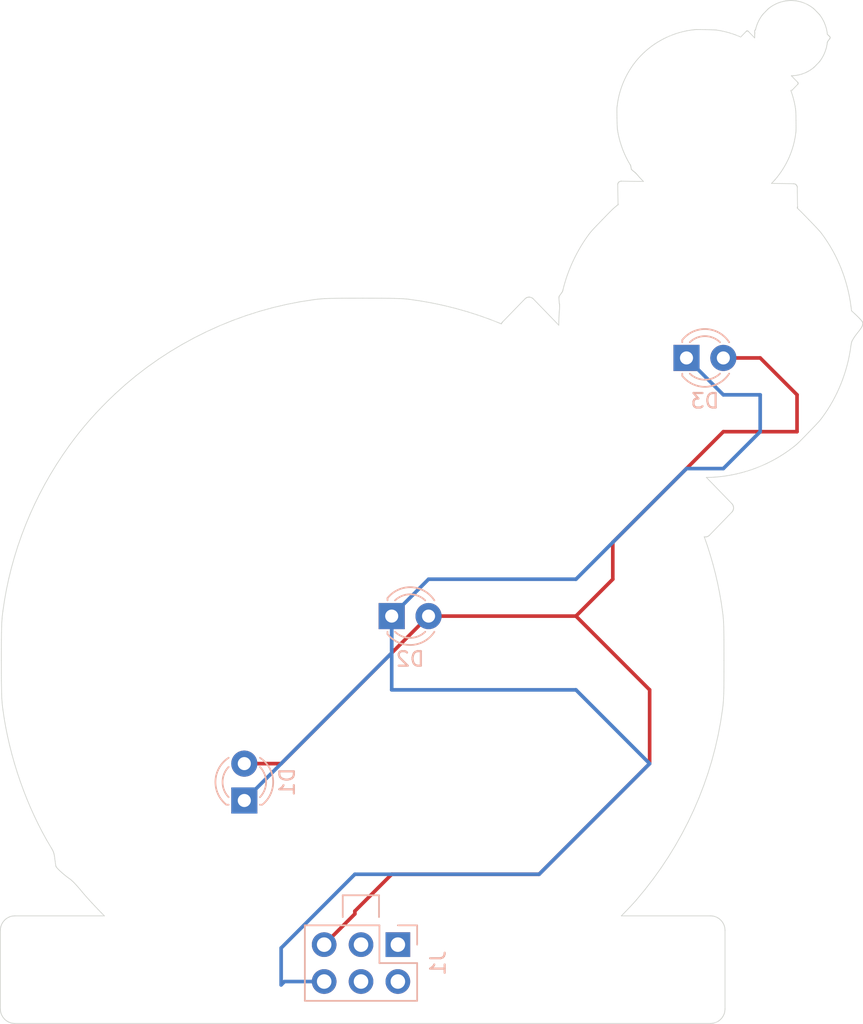
<source format=kicad_pcb>
(kicad_pcb (version 20211014) (generator pcbnew)
  (layers (0 "F.Cu" signal) (31 "B.Cu" signal) (34 "B.Paste" user) (35 "F.Paste" user) (36 "B.SilkS" user "B.Silkscreen") (37 "F.SilkS" user "F.Silkscreen") (38 "B.Mask" user) (39 "F.Mask" user) (44 "Edge.Cuts" user))
  (net 0 "")
  (net 1 "GND")
  (net 2 "+3.3V")
  (footprint "LED_THT:LED_D3.0mm" (layer "B.Cu") (at 127 121.92)
    (fp_text reference "D2")
    (fp_text value "LED")
  )
  (footprint "LED_THT:LED_D3.0mm" (layer "B.Cu") (at 116.84 134.62 90)
    (fp_text reference "D1")
    (fp_text value "LED")
  )
  (footprint "DC31_Cnet_Badge_SAO:PinSocket_2x03_P2.54mm_Vertical_Tab" (layer "B.Cu") (at 127.425 144.5475 90)
    (fp_text reference "J1")
    (fp_text value "Conn_02x03_Top_Bottom" hide)
  )
  (footprint "LED_THT:LED_D3.0mm" (layer "B.Cu") (at 147.32 104.14)
    (fp_text reference "D3")
    (fp_text value "LED")
  )
  (gr_line (start 154.58622 79.525409) (end 154.554939 79.524822) (layer "Edge.Cuts") (width 0.049645))
  (gr_line (start 151.462013 81.628642) (end 151.457683 81.631129) (layer "Edge.Cuts") (width 0.049645))
  (gr_line (start 103.652941 138.098991) (end 103.670063 138.138393) (layer "Edge.Cuts") (width 0.049645))
  (gr_line (start 154.897576 110.105974) (end 154.936731 110.071272) (layer "Edge.Cuts") (width 0.049645))
  (gr_line (start 157.958924 105.943545) (end 158.079357 105.632211) (layer "Edge.Cuts") (width 0.049645))
  (gr_line (start 154.715884 92.142598) (end 154.703121 92.142082) (layer "Edge.Cuts") (width 0.049645))
  (gr_line (start 104.194411 139.525883) (end 104.263836 139.588346) (layer "Edge.Cuts") (width 0.049645))
  (gr_line (start 154.493317 79.524763) (end 154.493317 79.524763) (layer "Edge.Cuts") (width 0.049645))
  (gr_line (start 100.142298 127.84944) (end 100.165957 128.091103) (layer "Edge.Cuts") (width 0.049645))
  (gr_line (start 155.945608 94.818973) (end 155.745434 94.612215) (layer "Edge.Cuts") (width 0.049645))
  (gr_line (start 156.364984 95.259998) (end 156.251812 95.139018) (layer "Edge.Cuts") (width 0.049645))
  (gr_line (start 149.776418 142.968176) (end 149.746706 142.930306) (layer "Edge.Cuts") (width 0.049645))
  (gr_line (start 155.372965 79.675732) (end 155.281164 79.643911) (layer "Edge.Cuts") (width 0.049645))
  (gr_line (start 122.70002 100.041323) (end 122.385771 100.054053) (layer "Edge.Cuts") (width 0.049645))
  (gr_line (start 152.07739 81.524814) (end 152.075352 81.528767) (layer "Edge.Cuts") (width 0.049645))
  (gr_line (start 134.579787 101.749025) (end 134.575148 101.757733) (layer "Edge.Cuts") (width 0.049645))
  (gr_line (start 134.57071 101.766557) (end 134.566473 101.775493) (layer "Edge.Cuts") (width 0.049645))
  (gr_line (start 150.560963 114.508641) (end 150.56235 114.488695) (layer "Edge.Cuts") (width 0.049645))
  (gr_line (start 154.856083 88.6255) (end 154.862707 88.564706) (layer "Edge.Cuts") (width 0.049645))
  (gr_line (start 149.667785 129.235718) (end 149.803677 128.337288) (layer "Edge.Cuts") (width 0.049645))
  (gr_line (start 148.642285 116.467904) (end 148.666165 116.465926) (layer "Edge.Cuts") (width 0.049645))
  (gr_line (start 154.776355 86.64465) (end 154.742524 86.488903) (layer "Edge.Cuts") (width 0.049645))
  (gr_line (start 156.849149 81.11891) (end 156.816203 81.041092) (layer "Edge.Cuts") (width 0.049645))
  (gr_line (start 154.777014 92.154345) (end 154.765199 92.150826) (layer "Edge.Cuts") (width 0.049645))
  (gr_line (start 149.896596 143.177746) (end 149.876554 143.133346) (layer "Edge.Cuts") (width 0.049645))
  (gr_line (start 158.734398 102.968294) (end 158.734398 102.968294) (layer "Edge.Cuts") (width 0.049645))
  (gr_line (start 149.854452 143.090125) (end 149.830353 143.048148) (layer "Edge.Cuts") (width 0.049645))
  (gr_line (start 149.594205 120.292009) (end 149.462577 119.643953) (layer "Edge.Cuts") (width 0.049645))
  (gr_line (start 100.35417 142.824598) (end 100.318183 142.858879) (layer "Edge.Cuts") (width 0.049645))
  (gr_line (start 143.412521 141.965528) (end 143.542526 141.82714) (layer "Edge.Cuts") (width 0.049645))
  (gr_line (start 154.085734 90.934788) (end 154.194151 90.739653) (layer "Edge.Cuts") (width 0.049645))
  (gr_line (start 149.834115 121.842305) (end 149.803677 121.596098) (layer "Edge.Cuts") (width 0.049645))
  (gr_line (start 147.864149 81.533396) (end 147.834601 81.536089) (layer "Edge.Cuts") (width 0.049645))
  (gr_line (start 152.030861 81.768507) (end 152.030887 81.784052) (layer "Edge.Cuts") (width 0.049645))
  (gr_line (start 100.554749 142.683363) (end 100.512154 142.707474) (layer "Edge.Cuts") (width 0.049645))
  (gr_line (start 136.663036 99.999357) (end 136.645409 99.990217) (layer "Edge.Cuts") (width 0.049645))
  (gr_line (start 152.089329 81.488468) (end 152.089329 81.488468) (layer "Edge.Cuts") (width 0.049645))
  (gr_line (start 157.13398 82.233126) (end 157.13398 82.233126) (layer "Edge.Cuts") (width 0.049645))
  (gr_line (start 157.062113 82.334304) (end 157.071835 82.318422) (layer "Edge.Cuts") (width 0.049645))
  (gr_line (start 148.901409 116.353004) (end 150.444466 114.76344) (layer "Edge.Cuts") (width 0.049645))
  (gr_line (start 142.83046 142.565361) (end 142.83046 142.565361) (layer "Edge.Cuts") (width 0.049645))
  (gr_line (start 157.179455 81.99748) (end 157.170037 81.987464) (layer "Edge.Cuts") (width 0.049645))
  (gr_line (start 154.805972 86.801011) (end 154.776355 86.64465) (layer "Edge.Cuts") (width 0.049645))
  (gr_line (start 154.72849 92.143746) (end 154.715884 92.142598) (layer "Edge.Cuts") (width 0.049645))
  (gr_line (start 105.384642 140.58643) (end 105.522688 140.746778) (layer "Edge.Cuts") (width 0.049645))
  (gr_line (start 143.988129 83.523693) (end 143.894387 83.632494) (layer "Edge.Cuts") (width 0.049645))
  (gr_line (start 129.828671 100.365588) (end 129.014565 100.219461) (layer "Edge.Cuts") (width 0.049645))
  (gr_line (start 154.846437 87.078776) (end 154.839713 87.018912) (layer "Edge.Cuts") (width 0.049645))
  (gr_line (start 142.271628 93.861007) (end 142.227018 93.902883) (layer "Edge.Cuts") (width 0.049645))
  (gr_line (start 157.688945 97.310806) (end 157.537038 97.007459) (layer "Edge.Cuts") (width 0.049645))
  (gr_line (start 151.541982 81.622603) (end 151.537349 81.621063) (layer "Edge.Cuts") (width 0.049645))
  (gr_line (start 157.218731 82.101868) (end 157.218731 82.101868) (layer "Edge.Cuts") (width 0.049645))
  (gr_line (start 134.605901 101.707352) (end 134.600297 101.715427) (layer "Edge.Cuts") (width 0.049645))
  (gr_line (start 159.334397 102.116544) (end 159.354055 102.087025) (layer "Edge.Cuts") (width 0.049645))
  (gr_line (start 154.810974 92.168157) (end 154.799917 92.163026) (layer "Edge.Cuts") (width 0.049645))
  (gr_line (start 154.474565 90.133695) (end 154.552799 89.925523) (layer "Edge.Cuts") (width 0.049645))
  (gr_line (start 104.559825 139.835383) (end 104.633546 139.89201) (layer "Edge.Cuts") (width 0.049645))
  (gr_line (start 154.631056 84.703472) (end 154.668068 84.702072) (layer "Edge.Cuts") (width 0.049645))
  (gr_line (start 159.465583 101.830383) (end 159.471004 101.805013) (layer "Edge.Cuts") (width 0.049645))
  (gr_line (start 152.02989 81.748728) (end 152.030336 81.754866) (layer "Edge.Cuts") (width 0.049645))
  (gr_line (start 155.640505 79.792462) (end 155.552792 79.750065) (layer "Edge.Cuts") (width 0.049645))
  (gr_line (start 157.104465 82.27127) (end 157.118121 82.253343) (layer "Edge.Cuts") (width 0.049645))
  (gr_line (start 157.023844 96.129523) (end 156.833943 95.848383) (layer "Edge.Cuts") (width 0.049645))
  (gr_line (start 142.557488 93.623224) (end 142.532023 93.641757) (layer "Edge.Cuts") (width 0.049645))
  (gr_line (start 142.607063 93.581002) (end 142.608253 93.585921) (layer "Edge.Cuts") (width 0.049645))
  (gr_line (start 100.101069 143.184155) (end 100.083476 143.229787) (layer "Edge.Cuts") (width 0.049645))
  (gr_line (start 152.019832 81.970378) (end 152.018227 82.03243) (layer "Edge.Cuts") (width 0.049645))
  (gr_line (start 134.558617 101.793689) (end 134.558617 101.793689) (layer "Edge.Cuts") (width 0.049645))
  (gr_line (start 132.23032 100.962984) (end 131.437137 100.737598) (layer "Edge.Cuts") (width 0.049645))
  (gr_line (start 157.096377 81.91465) (end 157.084888 81.903948) (layer "Edge.Cuts") (width 0.049645))
  (gr_line (start 154.547058 84.70481) (end 154.590157 84.704379) (layer "Edge.Cuts") (width 0.049645))
  (gr_line (start 158.646034 103.361552) (end 158.656338 103.289897) (layer "Edge.Cuts") (width 0.049645))
  (gr_line (start 159.475379 101.758733) (end 159.475006 101.747778) (layer "Edge.Cuts") (width 0.049645))
  (gr_line (start 152.529095 80.546925) (end 152.529095 80.546925) (layer "Edge.Cuts") (width 0.049645))
  (gr_line (start 159.474006 101.73696) (end 159.472359 101.726227) (layer "Edge.Cuts") (width 0.049645))
  (gr_line (start 142.567824 86.586448) (end 142.542622 86.774451) (layer "Edge.Cuts") (width 0.049645))
  (gr_line (start 153.181252 92.119344) (end 153.181252 92.119344) (layer "Edge.Cuts") (width 0.049645))
  (gr_line (start 138.535882 99.912442) (end 138.532821 99.928955) (layer "Edge.Cuts") (width 0.049645))
  (gr_line (start 148.797554 132.755104) (end 149.063374 131.888035) (layer "Edge.Cuts") (width 0.049645))
  (gr_line (start 152.93764 80.114513) (end 152.925531 80.126153) (layer "Edge.Cuts") (width 0.049645))
  (gr_line (start 157.032177 81.854855) (end 157.021843 81.776306) (layer "Edge.Cuts") (width 0.049645))
  (gr_line (start 154.591197 85.703344) (end 154.59584 85.699547) (layer "Edge.Cuts") (width 0.049645))
  (gr_line (start 138.753844 99.595661) (end 138.744756 99.611741) (layer "Edge.Cuts") (width 0.049645))
  (gr_line (start 152.022726 81.695948) (end 152.025029 81.715273) (layer "Edge.Cuts") (width 0.049645))
  (gr_line (start 153.985509 79.586287) (end 153.909316 79.605125) (layer "Edge.Cuts") (width 0.049645))
  (gr_line (start 152.075352 81.528767) (end 152.073104 81.532768) (layer "Edge.Cuts") (width 0.049645))
  (gr_line (start 142.227018 93.902883) (end 142.178198 93.949785) (layer "Edge.Cuts") (width 0.049645))
  (gr_line (start 157.052156 82.351454) (end 157.062113 82.334304) (layer "Edge.Cuts") (width 0.049645))
  (gr_line (start 100.59834 149.878657) (end 100.643002 149.898466) (layer "Edge.Cuts") (width 0.049645))
  (gr_line (start 158.079357 105.632211) (end 158.190198 105.316932) (layer "Edge.Cuts") (width 0.049645))
  (gr_line (start 142.604981 93.571109) (end 142.605972 93.576064) (layer "Edge.Cuts") (width 0.049645))
  (gr_line (start 150.244144 81.742421) (end 150.035355 81.685925) (layer "Edge.Cuts") (width 0.049645))
  (gr_line (start 138.570571 100.481608) (end 138.572232 100.506197) (layer "Edge.Cuts") (width 0.049645))
  (gr_line (start 152.070617 81.536872) (end 152.067866 81.541132) (layer "Edge.Cuts") (width 0.049645))
  (gr_line (start 157.084888 81.903948) (end 157.084888 81.903948) (layer "Edge.Cuts") (width 0.049645))
  (gr_line (start 142.581379 92.209261) (end 142.601536 93.54613) (layer "Edge.Cuts") (width 0.049645))
  (gr_line (start 154.226759 79.543076) (end 154.183276 79.549012) (layer "Edge.Cuts") (width 0.049645))
  (gr_line (start 105.673038 140.926701) (end 105.812685 141.092128) (layer "Edge.Cuts") (width 0.049645))
  (gr_line (start 157.199455 82.144623) (end 157.203223 82.138169) (layer "Edge.Cuts") (width 0.049645))
  (gr_line (start 100.554672 149.856678) (end 100.59834 149.878657) (layer "Edge.Cuts") (width 0.049645))
  (gr_line (start 153.518003 111.06009) (end 153.834874 110.871191) (layer "Edge.Cuts") (width 0.049645))
  (gr_line (start 139.291165 97.949425) (end 139.193471 98.196397) (layer "Edge.Cuts") (width 0.049645))
  (gr_line (start 149.975243 143.567883) (end 149.97394 143.516307) (layer "Edge.Cuts") (width 0.049645))
  (gr_line (start 158.700441 103.064177) (end 158.711805 103.024662) (layer "Edge.Cuts") (width 0.049645))
  (gr_line (start 143.523482 84.127292) (end 143.419663 84.287707) (layer "Edge.Cuts") (width 0.049645))
  (gr_line (start 148.689834 116.462505) (end 148.713229 116.457659) (layer "Edge.Cuts") (width 0.049645))
  (gr_line (start 144.006156 91.618177) (end 144.04619 91.663669) (layer "Edge.Cuts") (width 0.049645))
  (gr_line (start 149.95491 143.365892) (end 149.943735 143.3174) (layer "Edge.Cuts") (width 0.049645))
  (gr_line (start 149.896874 126.878821) (end 149.901916 126.382483) (layer "Edge.Cuts") (width 0.049645))
  (gr_line (start 155.012666 85.232408) (end 155.012791 85.227259) (layer "Edge.Cuts") (width 0.049645))
  (gr_line (start 159.382755 101.569822) (end 159.356102 101.538665) (layer "Edge.Cuts") (width 0.049645))
  (gr_line (start 136.39332 99.95833) (end 136.373998 99.962818) (layer "Edge.Cuts") (width 0.049645))
  (gr_line (start 153.007099 80.054447) (end 153.007099 80.054447) (layer "Edge.Cuts") (width 0.049645))
  (gr_line (start 151.559799 81.631129) (end 151.55547 81.628642) (layer "Edge.Cuts") (width 0.049645))
  (gr_line (start 154.832218 92.179919) (end 154.821746 92.173793) (layer "Edge.Cuts") (width 0.049645))
  (gr_line (start 143.632481 83.969971) (end 143.523482 84.127292) (layer "Edge.Cuts") (width 0.049645))
  (gr_line (start 148.713229 116.457659) (end 148.736291 116.451407) (layer "Edge.Cuts") (width 0.049645))
  (gr_line (start 149.876515 149.406787) (end 149.896561 149.362384) (layer "Edge.Cuts") (width 0.049645))
  (gr_line (start 100.101036 149.355859) (end 100.120826 149.400576) (layer "Edge.Cuts") (width 0.049645))
  (gr_line (start 142.527448 87.413221) (end 142.53022 87.607992) (layer "Edge.Cuts") (width 0.049645))
  (gr_line (start 100.97664 142.566579) (end 100.927323 142.570239) (layer "Edge.Cuts") (width 0.049645))
  (gr_line (start 143.51535 91.134241) (end 143.517249 91.137705) (layer "Edge.Cuts") (width 0.049645))
  (gr_line (start 152.022336 81.914385) (end 152.02097 81.941449) (layer "Edge.Cuts") (width 0.049645))
  (gr_line (start 151.513561 81.616919) (end 151.508741 81.6168) (layer "Edge.Cuts") (width 0.049645))
  (gr_line (start 152.083968 81.508409) (end 152.082505 81.512707) (layer "Edge.Cuts") (width 0.049645))
  (gr_line (start 125.003124 100.024805) (end 123.587808 100.027834) (layer "Edge.Cuts") (width 0.049645))
  (gr_line (start 151.48482 81.619761) (end 151.480133 81.621063) (layer "Edge.Cuts") (width 0.049645))
  (gr_line (start 101.026206 149.974728) (end 148.974274 149.974728) (layer "Edge.Cuts") (width 0.049645))
  (gr_line (start 142.660192 92.026497) (end 142.651402 92.03485) (layer "Edge.Cuts") (width 0.049645))
  (gr_line (start 142.594631 92.125795) (end 142.591001 92.137239) (layer "Edge.Cuts") (width 0.049645))
  (gr_line (start 150.458797 114.189852) (end 150.444466 114.174329) (layer "Edge.Cuts") (width 0.049645))
  (gr_line (start 150.045926 112.264446) (end 150.412875 112.201995) (layer "Edge.Cuts") (width 0.049645))
  (gr_line (start 155.012791 85.227259) (end 155.012666 85.22211) (layer "Edge.Cuts") (width 0.049645))
  (gr_line (start 149.493377 142.710611) (end 149.451463 142.686466) (layer "Edge.Cuts") (width 0.049645))
  (gr_line (start 155.010831 85.206907) (end 155.009743 85.20195) (layer "Edge.Cuts") (width 0.049645))
  (gr_line (start 142.532023 93.641757) (end 142.519422 93.651205) (layer "Edge.Cuts") (width 0.049645))
  (gr_line (start 143.429909 90.816065) (end 143.429909 90.816065) (layer "Edge.Cuts") (width 0.049645))
  (gr_line (start 100.166872 149.486944) (end 100.19306 149.528431) (layer "Edge.Cuts") (width 0.049645))
  (gr_line (start 158.474158 99.559311) (end 158.39246 99.226382) (layer "Edge.Cuts") (width 0.049645))
  (gr_line (start 143.553666 91.180541) (end 143.567549 91.194431) (layer "Edge.Cuts") (width 0.049645))
  (gr_line (start 142.567429 88.442049) (end 142.592246 88.595868) (layer "Edge.Cuts") (width 0.049645))
  (gr_line (start 141.920769 94.207086) (end 141.740739 94.39116) (layer "Edge.Cuts") (width 0.049645))
  (gr_line (start 155.012296 85.216996) (end 155.011683 85.211925) (layer "Edge.Cuts") (width 0.049645))
  (gr_line (start 142.692857 89.060926) (end 142.734713 89.216042) (layer "Edge.Cuts") (width 0.049645))
  (gr_line (start 154.873631 88.264935) (end 154.873007 88.142143) (layer "Edge.Cuts") (width 0.049645))
  (gr_line (start 154.916946 92.264648) (end 154.910345 92.254492) (layer "Edge.Cuts") (width 0.049645))
  (gr_line (start 154.537041 85.723737) (end 154.542872 85.723203) (layer "Edge.Cuts") (width 0.049645))
  (gr_line (start 156.568057 80.600829) (end 156.518513 80.532454) (layer "Edge.Cuts") (width 0.049645))
  (gr_line (start 152.088008 81.493974) (end 152.086693 81.499096) (layer "Edge.Cuts") (width 0.049645))
  (gr_line (start 100.19637 128.337288) (end 100.19637 128.337288) (layer "Edge.Cuts") (width 0.049645))
  (gr_line (start 150.555415 114.389169) (end 150.551255 114.369563) (layer "Edge.Cuts") (width 0.049645))
  (gr_line (start 149.975243 148.972206) (end 149.975243 143.567883) (layer "Edge.Cuts") (width 0.049645))
  (gr_line (start 107.045881 107.487466) (end 106.62957 107.924737) (layer "Edge.Cuts") (width 0.049645))
  (gr_line (start 142.063917 94.062553) (end 141.920769 94.207086) (layer "Edge.Cuts") (width 0.049645))
  (gr_line (start 159.110554 101.281383) (end 159.058583 101.23023) (layer "Edge.Cuts") (width 0.049645))
  (gr_line (start 139.744058 96.980764) (end 139.622012 97.218987) (layer "Edge.Cuts") (width 0.049645))
  (gr_line (start 156.050842 80.054447) (end 156.050842 80.054447) (layer "Edge.Cuts") (width 0.049645))
  (gr_line (start 154.983208 85.153878) (end 154.547058 84.70481) (layer "Edge.Cuts") (width 0.049645))
  (gr_line (start 149.776365 149.571962) (end 149.804272 149.53266) (layer "Edge.Cuts") (width 0.049645))
  (gr_line (start 142.727981 85.845915) (end 142.679156 86.029027) (layer "Edge.Cuts") (width 0.049645))
  (gr_line (start 149.573156 149.775487) (end 149.610968 149.745725) (layer "Edge.Cuts") (width 0.049645))
  (gr_line (start 157.96344 97.932105) (end 157.831111 97.619101) (layer "Edge.Cuts") (width 0.049645))
  (gr_line (start 159.209369 101.380955) (end 159.161335 101.33214) (layer "Edge.Cuts") (width 0.049645))
  (gr_line (start 100.142298 122.084027) (end 100.124562 122.348527) (layer "Edge.Cuts") (width 0.049645))
  (gr_line (start 145.957986 82.056783) (end 145.74554 82.159848) (layer "Edge.Cuts") (width 0.049645))
  (gr_line (start 105.971651 141.273712) (end 106.147467 141.469004) (layer "Edge.Cuts") (width 0.049645))
  (gr_line (start 144.090442 91.712604) (end 144.138296 91.764373) (layer "Edge.Cuts") (width 0.049645))
  (gr_line (start 136.472618 99.950245) (end 136.472618 99.950245) (layer "Edge.Cuts") (width 0.049645))
  (gr_line (start 138.734713 99.628236) (end 138.723606 99.645364) (layer "Edge.Cuts") (width 0.049645))
  (gr_line (start 154.713741 79.531444) (end 154.617855 79.526314) (layer "Edge.Cuts") (width 0.049645))
  (gr_line (start 138.530556 99.950291) (end 138.529063 99.975903) (layer "Edge.Cuts") (width 0.049645))
  (gr_line (start 159.449085 101.88774) (end 159.449085 101.88774) (layer "Edge.Cuts") (width 0.049645))
  (gr_line (start 148.037376 81.525675) (end 147.99651 81.526496) (layer "Edge.Cuts") (width 0.049645))
  (gr_line (start 150.525366 114.293374) (end 150.516583 114.275069) (layer "Edge.Cuts") (width 0.049645))
  (gr_line (start 154.856083 88.6255) (end 154.856083 88.6255) (layer "Edge.Cuts") (width 0.049645))
  (gr_line (start 148.823972 116.41271) (end 148.844445 116.399707) (layer "Edge.Cuts") (width 0.049645))
  (gr_line (start 153.411609 91.877469) (end 153.435497 91.85011) (layer "Edge.Cuts") (width 0.049645))
  (gr_line (start 142.525076 87.135019) (end 142.525698 87.25781) (layer "Edge.Cuts") (width 0.049645))
  (gr_line (start 149.904964 124.966951) (end 149.904964 124.966951) (layer "Edge.Cuts") (width 0.049645))
  (gr_line (start 103.61291 138.01837) (end 103.633949 138.05917) (layer "Edge.Cuts") (width 0.049645))
  (gr_line (start 159.161335 101.33214) (end 159.110554 101.281383) (layer "Edge.Cuts") (width 0.049645))
  (gr_line (start 154.967091 93.79546) (end 154.968514 93.789702) (layer "Edge.Cuts") (width 0.049645))
  (gr_line (start 100.068118 143.276251) (end 100.055029 143.323463) (layer "Edge.Cuts") (width 0.049645))
  (gr_line (start 144.189133 91.818365) (end 144.242336 91.873969) (layer "Edge.Cuts") (width 0.049645))
  (gr_line (start 157.225258 82.069886) (end 157.225167 82.067176) (layer "Edge.Cuts") (width 0.049645))
  (gr_line (start 154.884128 84.679237) (end 154.975299 84.66377) (layer "Edge.Cuts") (width 0.049645))
  (gr_line (start 150.555415 114.548278) (end 150.558651 114.528514) (layer "Edge.Cuts") (width 0.049645))
  (gr_line (start 149.824724 81.63666) (end 149.612401 81.594745) (layer "Edge.Cuts") (width 0.049645))
  (gr_line (start 143.49295 91.0021) (end 143.49295 91.0021) (layer "Edge.Cuts") (width 0.049645))
  (gr_line (start 155.009743 85.252567) (end 155.010831 85.24761) (layer "Edge.Cuts") (width 0.049645))
  (gr_line (start 136.317772 99.981979) (end 136.299721 99.990217) (layer "Edge.Cuts") (width 0.049645))
  (gr_line (start 158.856858 102.75845) (end 158.897128 102.696838) (layer "Edge.Cuts") (width 0.049645))
  (gr_line (start 152.089329 81.488468) (end 152.088008 81.493974) (layer "Edge.Cuts") (width 0.049645))
  (gr_line (start 143.71687 83.855285) (end 143.632481 83.969971) (layer "Edge.Cuts") (width 0.049645))
  (gr_line (start 149.963698 149.12486) (end 149.970067 149.074695) (layer "Edge.Cuts") (width 0.049645))
  (gr_line (start 152.023542 81.6024) (end 152.022148 81.60474) (layer "Edge.Cuts") (width 0.049645))
  (gr_line (start 158.689136 103.110796) (end 158.700441 103.064177) (layer "Edge.Cuts") (width 0.049645))
  (gr_line (start 100.083447 149.31023) (end 100.101036 149.355859) (layer "Edge.Cuts") (width 0.049645))
  (gr_line (start 100.03578 149.12024) (end 100.044225 149.168694) (layer "Edge.Cuts") (width 0.049645))
  (gr_line (start 100.055008 149.216565) (end 100.068093 149.263771) (layer "Edge.Cuts") (width 0.049645))
  (gr_line (start 154.99846 85.280555) (end 155.000889 85.276142) (layer "Edge.Cuts") (width 0.049645))
  (gr_line (start 145.537543 82.270976) (end 145.334362 82.39) (layer "Edge.Cuts") (width 0.049645))
  (gr_line (start 159.253095 101.426283) (end 159.209369 101.380955) (layer "Edge.Cuts") (width 0.049645))
  (gr_line (start 142.506966 93.660852) (end 142.427996 93.724316) (layer "Edge.Cuts") (width 0.049645))
  (gr_line (start 152.184287 81.181065) (end 152.161714 81.242639) (layer "Edge.Cuts") (width 0.049645))
  (gr_line (start 143.709483 91.316654) (end 143.727433 91.32998) (layer "Edge.Cuts") (width 0.049645))
  (gr_line (start 138.872237 99.187629) (end 138.810551 99.433626) (layer "Edge.Cuts") (width 0.049645))
  (gr_line (start 153.469599 79.766613) (end 153.399779 79.80136) (layer "Edge.Cuts") (width 0.049645))
  (gr_line (start 148.974361 142.565357) (end 142.83046 142.565361) (layer "Edge.Cuts") (width 0.049645))
  (gr_line (start 156.994154 81.606989) (end 156.976378 81.523423) (layer "Edge.Cuts") (width 0.049645))
  (gr_line (start 143.744617 91.342131) (end 143.744617 91.342131) (layer "Edge.Cuts") (width 0.049645))
  (gr_line (start 147.002437 136.926047) (end 147.422367 136.116491) (layer "Edge.Cuts") (width 0.049645))
  (gr_line (start 100.193108 143.011581) (end 100.166917 143.053067) (layer "Edge.Cuts") (width 0.049645))
  (gr_line (start 104.766634 110.191626) (end 104.766634 110.191626) (layer "Edge.Cuts") (width 0.049645))
  (gr_line (start 148.758957 116.443767) (end 148.781167 116.434759) (layer "Edge.Cuts") (width 0.049645))
  (gr_line (start 150.035355 81.685925) (end 149.824724 81.63666) (layer "Edge.Cuts") (width 0.049645))
  (gr_line (start 100.782127 149.944531) (end 100.829941 149.955319) (layer "Edge.Cuts") (width 0.049645))
  (gr_line (start 148.844445 116.399707) (end 148.864216 116.385409) (layer "Edge.Cuts") (width 0.049645))
  (gr_line (start 136.336191 99.974657) (end 136.317772 99.981979) (layer "Edge.Cuts") (width 0.049645))
  (gr_line (start 107.192842 142.565361) (end 101.026294 142.565361) (layer "Edge.Cuts") (width 0.049645))
  (gr_line (start 142.601536 93.54613) (end 142.601536 93.54613) (layer "Edge.Cuts") (width 0.049645))
  (gr_line (start 154.139847 79.555771) (end 154.139847 79.555771) (layer "Edge.Cuts") (width 0.049645))
  (gr_line (start 156.782763 83.261288) (end 156.817295 83.186148) (layer "Edge.Cuts") (width 0.049645))
  (gr_line (start 157.537038 97.007459) (end 157.375488 96.709302) (layer "Edge.Cuts") (width 0.049645))
  (gr_line (start 157.216726 82.042728) (end 157.214849 82.039757) (layer "Edge.Cuts") (width 0.049645))
  (gr_line (start 151.449328 81.636813) (end 151.44532 81.640011) (layer "Edge.Cuts") (width 0.049645))
  (gr_line (start 156.089305 80.086083) (end 156.070465 80.070192) (layer "Edge.Cuts") (width 0.049645))
  (gr_line (start 151.057865 82.038305) (end 151.057865 82.038305) (layer "Edge.Cuts") (width 0.049645))
  (gr_line (start 150.45094 81.806026) (end 150.244144 81.742421) (layer "Edge.Cuts") (width 0.049645))
  (gr_line (start 154.525276 85.723747) (end 154.531171 85.72392) (layer "Edge.Cuts") (width 0.049645))
  (gr_line (start 147.422367 136.116491) (end 147.812212 135.293805) (layer "Edge.Cuts") (width 0.049645))
  (gr_line (start 158.697708 100.894002) (end 158.697708 100.894002) (layer "Edge.Cuts") (width 0.049645))
  (gr_line (start 147.773827 81.542728) (end 147.538958 81.575233) (layer "Edge.Cuts") (width 0.049645))
  (gr_line (start 144.577108 82.941692) (end 144.403492 83.097673) (layer "Edge.Cuts") (width 0.049645))
  (gr_line (start 150.546169 114.350144) (end 150.54016 114.330948) (layer "Edge.Cuts") (width 0.049645))
  (gr_line (start 156.050842 84.175126) (end 156.070448 84.159374) (layer "Edge.Cuts") (width 0.049645))
  (gr_line (start 103.480197 112.15558) (end 103.093486 112.832963) (layer "Edge.Cuts") (width 0.049645))
  (gr_line (start 154.554358 85.7211) (end 154.559984 85.71954) (layer "Edge.Cuts") (width 0.049645))
  (gr_line (start 143.727433 91.32998) (end 143.744617 91.342131) (layer "Edge.Cuts") (width 0.049645))
  (gr_line (start 143.514141 91.13129) (end 143.514141 91.13129) (layer "Edge.Cuts") (width 0.049645))
  (gr_line (start 157.224511 82.061847) (end 157.223937 82.0592) (layer "Edge.Cuts") (width 0.049645))
  (gr_line (start 154.957886 93.823633) (end 154.957886 93.823633) (layer "Edge.Cuts") (width 0.049645))
  (gr_line (start 100.19306 149.528431) (end 100.221313 149.568676) (layer "Edge.Cuts") (width 0.049645))
  (gr_line (start 155.154944 84.622992) (end 155.24325 84.597746) (layer "Edge.Cuts") (width 0.049645))
  (gr_line (start 149.612401 81.594745) (end 149.398537 81.560299) (layer "Edge.Cuts") (width 0.049645))
  (gr_line (start 149.97394 143.516307) (end 149.970076 143.465408) (layer "Edge.Cuts") (width 0.049645))
  (gr_line (start 103.800635 138.80891) (end 103.822812 138.966207) (layer "Edge.Cuts") (width 0.049645))
  (gr_line (start 150.516583 114.275069) (end 150.506875 114.257136) (layer "Edge.Cuts") (width 0.049645))
  (gr_line (start 100.792746 118.57397) (end 100.60793 119.322752) (layer "Edge.Cuts") (width 0.049645))
  (gr_line (start 157.221169 82.051173) (end 157.219881 82.048422) (layer "Edge.Cuts") (width 0.049645))
  (gr_line (start 156.472587 108.493613) (end 156.543001 108.410592) (layer "Edge.Cuts") (width 0.049645))
  (gr_line (start 145.56583 139.267794) (end 146.073799 138.502512) (layer "Edge.Cuts") (width 0.049645))
  (gr_line (start 143.480918 90.931739) (end 143.483515 90.943815) (layer "Edge.Cuts") (width 0.049645))
  (gr_line (start 155.733547 109.272303) (end 156.136752 108.855066) (layer "Edge.Cuts") (width 0.049645))
  (gr_line (start 100.287285 128.957739) (end 100.396084 129.581249) (layer "Edge.Cuts") (width 0.049645))
  (gr_line (start 158.382548 104.675906) (end 158.46378 104.350842) (layer "Edge.Cuts") (width 0.049645))
  (gr_line (start 102.728233 113.520703) (end 102.38468 114.218193) (layer "Edge.Cuts") (width 0.049645))
  (gr_line (start 140.862905 95.304979) (end 140.776756 95.401221) (layer "Edge.Cuts") (width 0.049645))
  (gr_line (start 157.035911 82.38458) (end 157.038698 82.376617) (layer "Edge.Cuts") (width 0.049645))
  (gr_line (start 151.491463 111.935753) (end 151.842444 111.821148) (layer "Edge.Cuts") (width 0.049645))
  (gr_line (start 143.80407 83.742909) (end 143.71687 83.855285) (layer "Edge.Cuts") (width 0.049645))
  (gr_line (start 144.242336 91.873969) (end 144.297286 91.930574) (layer "Edge.Cuts") (width 0.049645))
  (gr_line (start 156.954538 82.794866) (end 156.974663 82.71409) (layer "Edge.Cuts") (width 0.049645))
  (gr_line (start 156.160758 84.075434) (end 156.196281 84.039552) (layer "Edge.Cuts") (width 0.049645))
  (gr_line (start 139.193471 98.196397) (end 139.102484 98.444232) (layer "Edge.Cuts") (width 0.049645))
  (gr_line (start 152.026371 81.724366) (end 152.027832 81.732899) (layer "Edge.Cuts") (width 0.049645))
  (gr_line (start 158.656368 100.576709) (end 158.656368 100.576709) (layer "Edge.Cuts") (width 0.049645))
  (gr_line (start 104.773869 139.992908) (end 104.812701 140.020496) (layer "Edge.Cuts") (width 0.049645))
  (gr_line (start 149.830353 143.048148) (end 149.804321 143.007477) (layer "Edge.Cuts") (width 0.049645))
  (gr_line (start 100.283936 142.894904) (end 100.251652 142.932417) (layer "Edge.Cuts") (width 0.049645))
  (gr_line (start 148.691086 112.367204) (end 148.864267 112.365504) (layer "Edge.Cuts") (width 0.049645))
  (gr_line (start 151.466431 81.626392) (end 151.462013 81.628642) (layer "Edge.Cuts") (width 0.049645))
  (gr_line (start 149.224429 149.943119) (end 149.271928 149.929603) (layer "Edge.Cuts") (width 0.049645))
  (gr_line (start 145.136362 82.516752) (end 144.943909 82.651063) (layer "Edge.Cuts") (width 0.049645))
  (gr_line (start 103.842123 139.087017) (end 103.849931 139.128382) (layer "Edge.Cuts") (width 0.049645))
  (gr_line (start 151.551051 81.626392) (end 151.546552 81.624379) (layer "Edge.Cuts") (width 0.049645))
  (gr_line (start 143.131802 90.269153) (end 143.201956 90.410948) (layer "Edge.Cuts") (width 0.049645))
  (gr_line (start 138.666374 99.724565) (end 138.666374 99.724565) (layer "Edge.Cuts") (width 0.049645))
  (gr_line (start 155.733547 109.272303) (end 155.733547 109.272303) (layer "Edge.Cuts") (width 0.049645))
  (gr_line (start 142.567429 88.442049) (end 142.567429 88.442049) (layer "Edge.Cuts") (width 0.049645))
  (gr_line (start 136.231848 100.032048) (end 136.216129 100.044654) (layer "Edge.Cuts") (width 0.049645))
  (gr_line (start 155.006874 85.262265) (end 155.008423 85.257455) (layer "Edge.Cuts") (width 0.049645))
  (gr_line (start 144.138296 91.764373) (end 144.189133 91.818365) (layer "Edge.Cuts") (width 0.049645))
  (gr_line (start 100.026035 149.021914) (end 100.029705 149.071286) (layer "Edge.Cuts") (width 0.049645))
  (gr_line (start 154.388654 90.338907) (end 154.474565 90.133695) (layer "Edge.Cuts") (width 0.049645))
  (gr_line (start 138.794389 99.495679) (end 138.788754 99.513849) (layer "Edge.Cuts") (width 0.049645))
  (gr_line (start 156.745949 83.335191) (end 156.782763 83.261288) (layer "Edge.Cuts") (width 0.049645))
  (gr_line (start 157.092523 82.287617) (end 157.104465 82.27127) (layer "Edge.Cuts") (width 0.049645))
  (gr_line (start 152.660948 80.396836) (end 152.626072 80.433481) (layer "Edge.Cuts") (width 0.049645))
  (gr_line (start 136.75848 100.072347) (end 136.75848 100.072347) (layer "Edge.Cuts") (width 0.049645))
  (gr_line (start 149.462577 119.643953) (end 149.313367 118.999139) (layer "Edge.Cuts") (width 0.049645))
  (gr_line (start 148.545876 116.461012) (end 148.569989 116.464993) (layer "Edge.Cuts") (width 0.049645))
  (gr_line (start 155.078925 93.936847) (end 155.015158 93.876267) (layer "Edge.Cuts") (width 0.049645))
  (gr_line (start 136.354944 99.968265) (end 136.336191 99.974657) (layer "Edge.Cuts") (width 0.049645))
  (gr_line (start 157.223937 82.0592) (end 157.223192 82.056548) (layer "Edge.Cuts") (width 0.049645))
  (gr_line (start 154.600285 85.695448) (end 154.983208 85.300639) (layer "Edge.Cuts") (width 0.049645))
  (gr_line (start 149.224514 142.596988) (end 149.176088 142.585782) (layer "Edge.Cuts") (width 0.049645))
  (gr_line (start 150.562812 114.468713) (end 150.56235 114.448732) (layer "Edge.Cuts") (width 0.049645))
  (gr_line (start 157.009317 81.691304) (end 156.994154 81.606989) (layer "Edge.Cuts") (width 0.049645))
  (gr_line (start 138.554936 99.877385) (end 138.545369 99.891879) (layer "Edge.Cuts") (width 0.049645))
  (gr_line (start 142.542622 86.774451) (end 142.536003 86.835248) (layer "Edge.Cuts") (width 0.049645))
  (gr_line (start 139.505682 97.460191) (end 139.395318 97.703847) (layer "Edge.Cuts") (width 0.049645))
  (gr_line (start 154.493317 79.524763) (end 154.447813 79.525752) (layer "Edge.Cuts") (width 0.049645))
  (gr_line (start 154.94252 92.319852) (end 154.938448 92.308274) (layer "Edge.Cuts") (width 0.049645))
  (gr_line (start 149.363971 142.644237) (end 149.318518 142.626278) (layer "Edge.Cuts") (width 0.049645))
  (gr_line (start 149.71525 142.893932) (end 149.68211 142.859116) (layer "Edge.Cuts") (width 0.049645))
  (gr_line (start 157.007316 82.550699) (end 157.019775 82.468254) (layer "Edge.Cuts") (width 0.049645))
  (gr_line (start 154.402849 79.527566) (end 154.358342 79.530207) (layer "Edge.Cuts") (width 0.049645))
  (gr_line (start 157.121593 81.938806) (end 157.108743 81.926396) (layer "Edge.Cuts") (width 0.049645))
  (gr_line (start 156.974663 82.71409) (end 156.992267 82.632672) (layer "Edge.Cuts") (width 0.049645))
  (gr_line (start 150.560963 114.42879) (end 150.558651 114.408923) (layer "Edge.Cuts") (width 0.049645))
  (gr_line (start 100.309498 120.834421) (end 100.19637 121.596098) (layer "Edge.Cuts") (width 0.049645))
  (gr_line (start 142.313029 93.823184) (end 142.271628 93.861007) (layer "Edge.Cuts") (width 0.049645))
  (gr_line (start 103.86823 139.179947) (end 103.890919 139.213384) (layer "Edge.Cuts") (width 0.049645))
  (gr_line (start 148.545876 116.461012) (end 148.545876 116.461012) (layer "Edge.Cuts") (width 0.049645))
  (gr_line (start 159.290955 101.466577) (end 159.290955 101.466577) (layer "Edge.Cuts") (width 0.049645))
  (gr_line (start 145.74554 82.159848) (end 145.537543 82.270976) (layer "Edge.Cuts") (width 0.049645))
  (gr_line (start 143.871742 141.46207) (end 144.464432 140.748387) (layer "Edge.Cuts") (width 0.049645))
  (gr_line (start 154.868484 87.79196) (end 154.868484 87.79196) (layer "Edge.Cuts") (width 0.049645))
  (gr_line (start 152.061459 81.550338) (end 152.053669 81.560816) (layer "Edge.Cuts") (width 0.049645))
  (gr_line (start 152.028636 81.737757) (end 152.029323 81.74303) (layer "Edge.Cuts") (width 0.049645))
  (gr_line (start 153.96999 91.126166) (end 154.085734 90.934788) (layer "Edge.Cuts") (width 0.049645))
  (gr_line (start 100.024805 143.567879) (end 100.024805 143.567879) (layer "Edge.Cuts") (width 0.049645))
  (gr_line (start 153.1946 111.236935) (end 153.518003 111.06009) (layer "Edge.Cuts") (width 0.049645))
  (gr_line (start 149.028297 112.362064) (end 149.176684 112.356673) (layer "Edge.Cuts") (width 0.049645))
  (gr_line (start 159.325556 101.504393) (end 159.290955 101.466577) (layer "Edge.Cuts") (width 0.049645))
  (gr_line (start 157.214849 82.039757) (end 157.212766 82.036686) (layer "Edge.Cuts") (width 0.049645))
  (gr_line (start 105.142544 140.32142) (end 105.199048 140.380948) (layer "Edge.Cuts") (width 0.049645))
  (gr_line (start 156.849512 83.109855) (end 156.879379 83.032496) (layer "Edge.Cuts") (width 0.049645))
  (gr_line (start 138.941619 98.940378) (end 138.872237 99.187629) (layer "Edge.Cuts") (width 0.049645))
  (gr_line (start 154.974799 93.742591) (end 154.974941 93.736609) (layer "Edge.Cuts") (width 0.049645))
  (gr_line (start 154.963826 93.80686) (end 154.965528 93.80118) (layer "Edge.Cuts") (width 0.049645))
  (gr_line (start 154.975299 84.66377) (end 155.065599 84.645011) (layer "Edge.Cuts") (width 0.049645))
  (gr_line (start 149.975243 143.567883) (end 149.975243 143.567883) (layer "Edge.Cuts") (width 0.049645))
  (gr_line (start 142.591001 92.137239) (end 142.587936 92.148877) (layer "Edge.Cuts") (width 0.049645))
  (gr_line (start 100.19637 121.596098) (end 100.19637 121.596098) (layer "Edge.Cuts") (width 0.049645))
  (gr_line (start 155.82531 84.333471) (end 155.902304 84.283606) (layer "Edge.Cuts") (width 0.049645))
  (gr_line (start 140.582535 95.643677) (end 140.582535 95.643677) (layer "Edge.Cuts") (width 0.049645))
  (gr_line (start 150.496242 114.698008) (end 150.506875 114.680452) (layer "Edge.Cuts") (width 0.049645))
  (gr_line (start 100.103531 123.054919) (end 100.098571 123.55134) (layer "Edge.Cuts") (width 0.049645))
  (gr_line (start 152.025764 81.867256) (end 152.023933 81.889537) (layer "Edge.Cuts") (width 0.049645))
  (gr_line (start 148.691086 112.367204) (end 148.691086 112.367204) (layer "Edge.Cuts") (width 0.049645))
  (gr_line (start 148.781167 116.434759) (end 148.802859 116.4244) (layer "Edge.Cuts") (width 0.049645))
  (gr_line (start 147.305611 81.617145) (end 147.074152 81.668298) (layer "Edge.Cuts") (width 0.049645))
  (gr_line (start 152.025029 81.715273) (end 152.026371 81.724366) (layer "Edge.Cuts") (width 0.049645))
  (gr_line (start 150.496242 114.23961) (end 150.484685 114.22253) (layer "Edge.Cuts") (width 0.049645))
  (gr_line (start 155.015158 93.876267) (end 154.957886 93.823633) (layer "Edge.Cuts") (width 0.049645))
  (gr_line (start 154.974937 93.730615) (end 154.974937 93.730615) (layer "Edge.Cuts") (width 0.049645))
  (gr_line (start 143.599349 91.224473) (end 143.616778 91.240179) (layer "Edge.Cuts") (width 0.049645))
  (gr_line (start 157.203223 82.138169) (end 157.206539 82.132005) (layer "Edge.Cuts") (width 0.049645))
  (gr_line (start 155.065599 84.645011) (end 155.154944 84.622992) (layer "Edge.Cuts") (width 0.049645))
  (gr_line (start 136.728852 100.044654) (end 136.713168 100.032048) (layer "Edge.Cuts") (width 0.049645))
  (gr_line (start 142.59902 86.399443) (end 142.567824 86.586448) (layer "Edge.Cuts") (width 0.049645))
  (gr_line (start 156.933083 81.358773) (end 156.907613 81.27781) (layer "Edge.Cuts") (width 0.049645))
  (gr_line (start 151.576046 81.643445) (end 151.572163 81.640011) (layer "Edge.Cuts") (width 0.049645))
  (gr_line (start 102.639747 136.260211) (end 102.926741 136.816373) (layer "Edge.Cuts") (width 0.049645))
  (gr_line (start 154.542872 85.723203) (end 154.548649 85.722322) (layer "Edge.Cuts") (width 0.049645))
  (gr_line (start 143.871742 141.46207) (end 143.871742 141.46207) (layer "Edge.Cuts") (width 0.049645))
  (gr_line (start 156.431867 83.796254) (end 156.459092 83.767088) (layer "Edge.Cuts") (width 0.049645))
  (gr_line (start 155.973058 79.995575) (end 155.892977 79.939883) (layer "Edge.Cuts") (width 0.049645))
  (gr_line (start 151.503921 81.616919) (end 151.49911 81.617274) (layer "Edge.Cuts") (width 0.049645))
  (gr_line (start 149.126797 142.576953) (end 149.076704 142.570564) (layer "Edge.Cuts") (width 0.049645))
  (gr_line (start 149.857834 122.084027) (end 149.834115 121.842305) (layer "Edge.Cuts") (width 0.049645))
  (gr_line (start 159.043611 102.496736) (end 159.107502 102.415356) (layer "Edge.Cuts") (width 0.049645))
  (gr_line (start 100.098571 126.382483) (end 100.111917 127.270576) (layer "Edge.Cuts") (width 0.049645))
  (gr_line (start 136.713168 100.032048) (end 136.696948 100.020287) (layer "Edge.Cuts") (width 0.049645))
  (gr_line (start 154.992969 85.165507) (end 154.989916 85.161481) (layer "Edge.Cuts") (width 0.049645))
  (gr_line (start 153.197456 79.918503) (end 153.132594 79.961763) (layer "Edge.Cuts") (width 0.049645))
  (gr_line (start 152.32093 80.879064) (end 152.290636 80.938244) (layer "Edge.Cuts") (width 0.049645))
  (gr_line (start 136.532349 99.954814) (end 136.512598 99.952285) (layer "Edge.Cuts") (width 0.049645))
  (gr_line (start 157.225167 82.067176) (end 157.224919 82.064501) (layer "Edge.Cuts") (width 0.049645))
  (gr_line (start 157.170037 81.987464) (end 157.159152 81.976208) (layer "Edge.Cuts") (width 0.049645))
  (gr_line (start 157.212766 82.036686) (end 157.207959 82.030188) (layer "Edge.Cuts") (width 0.049645))
  (gr_line (start 138.565707 100.437596) (end 138.568396 100.458759) (layer "Edge.Cuts") (width 0.049645))
  (gr_line (start 100.446766 120.076437) (end 100.309498 120.834421) (layer "Edge.Cuts") (width 0.049645))
  (gr_line (start 151.48955 81.618695) (end 151.48482 81.619761) (layer "Edge.Cuts") (width 0.049645))
  (gr_line (start 139.102484 98.444232) (end 139.018451 98.692402) (layer "Edge.Cuts") (width 0.049645))
  (gr_line (start 147.834601 81.536089) (end 147.773827 81.542728) (layer "Edge.Cuts") (width 0.049645))
  (gr_line (start 154.983208 85.300639) (end 154.986661 85.296915) (layer "Edge.Cuts") (width 0.049645))
  (gr_line (start 140.004311 96.51538) (end 139.871573 96.746052) (layer "Edge.Cuts") (width 0.049645))
  (gr_line (start 151.480133 81.621063) (end 151.475501 81.622603) (layer "Edge.Cuts") (width 0.049645))
  (gr_line (start 142.801299 91.965668) (end 142.789202 91.966987) (layer "Edge.Cuts") (width 0.049645))
  (gr_line (start 156.858991 107.983708) (end 157.042677 107.709561) (layer "Edge.Cuts") (width 0.049645))
  (gr_line (start 154.358342 79.530207) (end 154.314211 79.533672) (layer "Edge.Cuts") (width 0.049645))
  (gr_line (start 149.803677 128.337288) (end 149.834116 128.091103) (layer "Edge.Cuts") (width 0.049645))
  (gr_line (start 143.531147 91.156132) (end 143.54145 91.1677) (layer "Edge.Cuts") (width 0.049645))
  (gr_line (start 153.847007 91.313586) (end 153.96999 91.126166) (layer "Edge.Cuts") (width 0.049645))
  (gr_line (start 152.987493 80.070202) (end 152.978117 80.078018) (layer "Edge.Cuts") (width 0.049645))
  (gr_line (start 119.739338 100.455286) (end 118.801704 100.676133) (layer "Edge.Cuts") (width 0.049645))
  (gr_line (start 107.932333 106.617684) (end 107.479714 107.052254) (layer "Edge.Cuts") (width 0.049645))
  (gr_line (start 142.651402 92.03485) (end 142.651402 92.03485) (layer "Edge.Cuts") (width 0.049645))
  (gr_line (start 100.976553 149.973505) (end 101.026206 149.974728) (layer "Edge.Cuts") (width 0.049645))
  (gr_line (start 154.548649 85.722322) (end 154.554358 85.7211) (layer "Edge.Cuts") (width 0.049645))
  (gr_line (start 142.602023 93.551148) (end 142.602611 93.556156) (layer "Edge.Cuts") (width 0.049645))
  (gr_line (start 152.079243 81.520855) (end 152.07739 81.524814) (layer "Edge.Cuts") (width 0.049645))
  (gr_line (start 157.375488 96.709302) (end 157.204392 96.416577) (layer "Edge.Cuts") (width 0.049645))
  (gr_line (start 142.679156 86.029027) (end 142.63615 86.213586) (layer "Edge.Cuts") (width 0.049645))
  (gr_line (start 143.522999 91.14606) (end 143.531147 91.156132) (layer "Edge.Cuts") (width 0.049645))
  (gr_line (start 149.707991 120.942869) (end 149.594205 120.292009) (layer "Edge.Cuts") (width 0.049645))
  (gr_line (start 136.216129 100.044654) (end 136.200977 100.058092) (layer "Edge.Cuts") (width 0.049645))
  (gr_line (start 154.978088 110.033492) (end 155.022651 109.991662) (layer "Edge.Cuts") (width 0.049645))
  (gr_line (start 100.825127 131.456792) (end 101.000799 132.079197) (layer "Edge.Cuts") (width 0.049645))
  (gr_line (start 152.018227 82.03243) (end 152.017498 82.097734) (layer "Edge.Cuts") (width 0.049645))
  (gr_line (start 154.995819 85.284847) (end 154.99846 85.280555) (layer "Edge.Cuts") (width 0.049645))
  (gr_line (start 157.195168 82.151474) (end 157.199455 82.144623) (layer "Edge.Cuts") (width 0.049645))
  (gr_line (start 142.519422 93.651205) (end 142.506966 93.660852) (layer "Edge.Cuts") (width 0.049645))
  (gr_line (start 154.910345 92.254492) (end 154.903287 92.244668) (layer "Edge.Cuts") (width 0.049645))
  (gr_line (start 154.559984 85.71954) (end 154.565513 85.717647) (layer "Edge.Cuts") (width 0.049645))
  (gr_line (start 159.312099 102.148505) (end 159.334397 102.116544) (layer "Edge.Cuts") (width 0.049645))
  (gr_line (start 103.633949 138.05917) (end 103.652941 138.098991) (layer "Edge.Cuts") (width 0.049645))
  (gr_line (start 156.706887 83.407772) (end 156.745949 83.335191) (layer "Edge.Cuts") (width 0.049645))
  (gr_line (start 138.666374 99.724565) (end 138.622412 99.783198) (layer "Edge.Cuts") (width 0.049645))
  (gr_line (start 104.773869 139.992908) (end 104.773869 139.992908) (layer "Edge.Cuts") (width 0.049645))
  (gr_line (start 149.146833 118.358001) (end 148.963233 117.720977) (layer "Edge.Cuts") (width 0.049645))
  (gr_line (start 154.740921 92.145511) (end 154.72849 92.143746) (layer "Edge.Cuts") (width 0.049645))
  (gr_line (start 100.029714 143.46877) (end 100.02604 143.518155) (layer "Edge.Cuts") (width 0.049645))
  (gr_line (start 149.804272 149.53266) (end 149.830307 149.491988) (layer "Edge.Cuts") (width 0.049645))
  (gr_line (start 142.777238 91.968896) (end 142.765427 91.971386) (layer "Edge.Cuts") (width 0.049645))
  (gr_line (start 142.830179 89.524427) (end 142.88355 89.677034) (layer "Edge.Cuts") (width 0.049645))
  (gr_line (start 152.053669 81.560816) (end 152.053669 81.560816) (layer "Edge.Cuts") (width 0.049645))
  (gr_line (start 152.017498 82.097734) (end 151.579796 81.647116) (layer "Edge.Cuts") (width 0.049645))
  (gr_line (start 154.821746 92.173793) (end 154.810974 92.168157) (layer "Edge.Cuts") (width 0.049645))
  (gr_line (start 142.582216 92.184749) (end 142.581494 92.196959) (layer "Edge.Cuts") (width 0.049645))
  (gr_line (start 151.44532 81.640011) (end 151.441436 81.643445) (layer "Edge.Cuts") (width 0.049645))
  (gr_line (start 157.829038 106.250592) (end 157.958924 105.943545) (layer "Edge.Cuts") (width 0.049645))
  (gr_line (start 152.104616 81.427344) (end 152.089329 81.488468) (layer "Edge.Cuts") (width 0.049645))
  (gr_line (start 157.206539 82.132005) (end 157.209472 82.126027) (layer "Edge.Cuts") (width 0.049645))
  (gr_line (start 138.528296 100.037774) (end 138.530326 100.110199) (layer "Edge.Cuts") (width 0.049645))
  (gr_line (start 106.62957 107.924737) (end 106.229519 108.365485) (layer "Edge.Cuts") (width 0.049645))
  (gr_line (start 159.386541 102.03361) (end 159.399917 102.008864) (layer "Edge.Cuts") (width 0.049645))
  (gr_line (start 148.037376 81.525675) (end 148.037376 81.525675) (layer "Edge.Cuts") (width 0.049645))
  (gr_line (start 102.926741 136.816373) (end 103.225548 137.35825) (layer "Edge.Cuts") (width 0.049645))
  (gr_line (start 138.532898 101.25598) (end 138.528291 101.37261) (layer "Edge.Cuts") (width 0.049645))
  (gr_line (start 155.451624 94.310417) (end 155.236479 94.092201) (layer "Edge.Cuts") (width 0.049645))
  (gr_line (start 154.447668 110.457757) (end 154.742912 110.233484) (layer "Edge.Cuts") (width 0.049645))
  (gr_line (start 149.35255 81.554626) (end 149.297821 81.549729) (layer "Edge.Cuts") (width 0.049645))
  (gr_line (start 155.0051 85.266988) (end 155.006874 85.262265) (layer "Edge.Cuts") (width 0.049645))
  (gr_line (start 157.084888 81.903948) (end 157.032177 81.854855) (layer "Edge.Cuts") (width 0.049645))
  (gr_line (start 158.534864 104.023201) (end 158.595662 103.693323) (layer "Edge.Cuts") (width 0.049645))
  (gr_line (start 100.166917 143.053067) (end 100.142823 143.095712) (layer "Edge.Cuts") (width 0.049645))
  (gr_line (start 159.458222 101.857815) (end 159.465583 101.830383) (layer "Edge.Cuts") (width 0.049645))
  (gr_line (start 157.218731 82.101868) (end 157.220997 82.094437) (layer "Edge.Cuts") (width 0.049645))
  (gr_line (start 100.318121 149.681141) (end 100.318121 149.681141) (layer "Edge.Cuts") (width 0.049645))
  (gr_line (start 138.572232 100.506197) (end 138.573378 100.532582) (layer "Edge.Cuts") (width 0.049645))
  (gr_line (start 154.062373 79.569827) (end 153.985509 79.586287) (layer "Edge.Cuts") (width 0.049645))
  (gr_line (start 133.015353 101.214294) (end 132.23032 100.962984) (layer "Edge.Cuts") (width 0.049645))
  (gr_line (start 156.050842 84.175126) (end 156.050842 84.175126) (layer "Edge.Cuts") (width 0.049645))
  (gr_line (start 154.862707 88.564706) (end 154.867667 88.504993) (layer "Edge.Cuts") (width 0.049645))
  (gr_line (start 154.933839 92.296948) (end 154.928708 92.285892) (layer "Edge.Cuts") (width 0.049645))
  (gr_line (start 155.508645 109.50367) (end 155.733547 109.272303) (layer "Edge.Cuts") (width 0.049645))
  (gr_line (start 143.77361 141.574016) (end 143.871742 141.46207) (layer "Edge.Cuts") (width 0.049645))
  (gr_line (start 106.337663 141.675555) (end 106.539769 141.890916) (layer "Edge.Cuts") (width 0.049645))
  (gr_line (start 134.562442 101.784538) (end 134.558617 101.793689) (layer "Edge.Cuts") (width 0.049645))
  (gr_line (start 142.352222 93.788442) (end 142.313029 93.823184) (layer "Edge.Cuts") (width 0.049645))
  (gr_line (start 149.914484 149.316863) (end 149.930223 149.270287) (layer "Edge.Cuts") (width 0.049645))
  (gr_line (start 109.379601 105.363437) (end 108.642769 105.976507) (layer "Edge.Cuts") (width 0.049645))
  (gr_line (start 154.493317 79.524763) (end 154.493317 79.524763) (layer "Edge.Cuts") (width 0.049645))
  (gr_line (start 136.186424 100.072347) (end 136.186424 100.072347) (layer "Edge.Cuts") (width 0.049645))
  (gr_line (start 100.083476 143.229787) (end 100.068118 143.276251) (layer "Edge.Cuts") (width 0.049645))
  (gr_line (start 152.455089 80.652393) (end 152.419725 80.707291) (layer "Edge.Cuts") (width 0.049645))
  (gr_line (start 157.071835 82.318422) (end 157.081809 82.303097) (layer "Edge.Cuts") (width 0.049645))
  (gr_line (start 153.355206 91.939285) (end 153.384721 91.907308) (layer "Edge.Cuts") (width 0.049645))
  (gr_line (start 134.584624 101.740437) (end 134.579787 101.749025) (layer "Edge.Cuts") (width 0.049645))
  (gr_line (start 156.136752 108.855066) (end 156.277011 108.707589) (layer "Edge.Cuts") (width 0.049645))
  (gr_line (start 154.662597 86.179586) (end 154.616691 86.026185) (layer "Edge.Cuts") (width 0.049645))
  (gr_line (start 151.135982 112.037517) (end 151.491463 111.935753) (layer "Edge.Cuts") (width 0.049645))
  (gr_line (start 149.063374 131.888035) (end 149.297265 131.011905) (layer "Edge.Cuts") (width 0.049645))
  (gr_line (start 101.763654 115.640001) (end 101.486668 116.363108) (layer "Edge.Cuts") (width 0.049645))
  (gr_line (start 149.896561 149.362384) (end 149.914484 149.316863) (layer "Edge.Cuts") (width 0.049645))
  (gr_line (start 104.812701 140.020496) (end 104.853423 140.051744) (layer "Edge.Cuts") (width 0.049645))
  (gr_line (start 149.803677 121.596098) (end 149.803677 121.596098) (layer "Edge.Cuts") (width 0.049645))
  (gr_line (start 143.488332 90.970684) (end 143.49295 91.0021) (layer "Edge.Cuts") (width 0.049645))
  (gr_line (start 149.313367 118.999139) (end 149.146833 118.358001) (layer "Edge.Cuts") (width 0.049645))
  (gr_line (start 154.617855 79.526314) (end 154.617855 79.526314) (layer "Edge.Cuts") (width 0.049645))
  (gr_line (start 152.025764 81.867256) (end 152.025764 81.867256) (layer "Edge.Cuts") (width 0.049645))
  (gr_line (start 138.583876 99.836078) (end 138.554936 99.877385) (layer "Edge.Cuts") (width 0.049645))
  (gr_line (start 154.519371 85.723215) (end 154.525276 85.723747) (layer "Edge.Cuts") (width 0.049645))
  (gr_line (start 138.55124 100.347109) (end 138.556632 100.383724) (layer "Edge.Cuts") (width 0.049645))
  (gr_line (start 111.733599 103.699903) (end 110.926502 104.22443) (layer "Edge.Cuts") (width 0.049645))
  (gr_line (start 142.592246 88.595868) (end 142.621503 88.750508) (layer "Edge.Cuts") (width 0.049645))
  (gr_line (start 154.965528 93.80118) (end 154.967091 93.79546) (layer "Edge.Cuts") (width 0.049645))
  (gr_line (start 149.901916 126.382483) (end 149.904339 125.754285) (layer "Edge.Cuts") (width 0.049645))
  (gr_line (start 156.931926 82.874916) (end 156.954538 82.794866) (layer "Edge.Cuts") (width 0.049645))
  (gr_line (start 154.873021 88.361847) (end 154.873631 88.264935) (layer "Edge.Cuts") (width 0.049645))
  (gr_line (start 155.584423 84.465163) (end 155.666285 84.424282) (layer "Edge.Cuts") (width 0.049645))
  (gr_line (start 149.149423 81.541774) (end 149.049399 81.538472) (layer "Edge.Cuts") (width 0.049645))
  (gr_line (start 158.711805 103.024662) (end 158.723149 102.992589) (layer "Edge.Cuts") (width 0.049645))
  (gr_line (start 102.38468 114.218193) (end 102.063073 114.924828) (layer "Edge.Cuts") (width 0.049645))
  (gr_line (start 152.021184 81.607506) (end 152.020424 81.611601) (layer "Edge.Cuts") (width 0.049645))
  (gr_line (start 152.082505 81.512707) (end 152.080939 81.516838) (layer "Edge.Cuts") (width 0.049645))
  (gr_line (start 149.176684 112.356673) (end 149.242981 112.353179) (layer "Edge.Cuts") (width 0.049645))
  (gr_line (start 154.986661 85.157602) (end 154.983208 85.153878) (layer "Edge.Cuts") (width 0.049645))
  (gr_line (start 143.057351 84.957297) (end 142.980304 85.130929) (layer "Edge.Cuts") (width 0.049645))
  (gr_line (start 103.723462 138.302979) (end 103.733938 138.348665) (layer "Edge.Cuts") (width 0.049645))
  (gr_line (start 142.53022 87.607992) (end 142.536178 87.958161) (layer "Edge.Cuts") (width 0.049645))
  (gr_line (start 143.810666 91.398199) (end 143.823638 91.411023) (layer "Edge.Cuts") (width 0.049645))
  (gr_line (start 156.743005 80.889022) (end 156.7028 80.814891) (layer "Edge.Cuts") (width 0.049645))
  (gr_line (start 152.02097 81.941449) (end 152.019832 81.970378) (layer "Edge.Cuts") (width 0.049645))
  (gr_line (start 150.56235 114.448732) (end 150.560963 114.42879) (layer "Edge.Cuts") (width 0.049645))
  (gr_line (start 156.498063 83.722701) (end 156.513546 83.703358) (layer "Edge.Cuts") (width 0.049645))
  (gr_line (start 100.142782 149.444298) (end 100.166872 149.486944) (layer "Edge.Cuts") (width 0.049645))
  (gr_line (start 154.139847 79.555771) (end 154.062373 79.569827) (layer "Edge.Cuts") (width 0.049645))
  (gr_line (start 155.46356 79.711136) (end 155.372965 79.675732) (layer "Edge.Cuts") (width 0.049645))
  (gr_line (start 106.229519 108.365485) (end 105.844462 108.81113) (layer "Edge.Cuts") (width 0.049645))
  (gr_line (start 149.498858 130.127528) (end 149.667785 129.235718) (layer "Edge.Cuts") (width 0.049645))
  (gr_line (start 138.560629 100.859915) (end 138.55217 100.957048) (layer "Edge.Cuts") (width 0.049645))
  (gr_line (start 136.571205 99.962818) (end 136.551895 99.95833) (layer "Edge.Cuts") (width 0.049645))
  (gr_line (start 138.574012 100.560817) (end 138.573739 100.623058) (layer "Edge.Cuts") (width 0.049645))
  (gr_line (start 142.595691 93.595426) (end 142.583013 93.604771) (layer "Edge.Cuts") (width 0.049645))
  (gr_line (start 150.655592 81.876622) (end 150.45094 81.806026) (layer "Edge.Cuts") (width 0.049645))
  (gr_line (start 102.063073 114.924828) (end 101.763654 115.640001) (layer "Edge.Cuts") (width 0.049645))
  (gr_line (start 151.475501 81.622603) (end 151.47093 81.624379) (layer "Edge.Cuts") (width 0.049645))
  (gr_line (start 157.041477 82.370584) (end 157.041477 82.370584) (layer "Edge.Cuts") (width 0.049645))
  (gr_line (start 156.879627 81.197836) (end 156.849149 81.11891) (layer "Edge.Cuts") (width 0.049645))
  (gr_line (start 155.071424 109.944808) (end 155.18561 109.832135) (layer "Edge.Cuts") (width 0.049645))
  (gr_line (start 154.581374 85.710015) (end 154.58637 85.706835) (layer "Edge.Cuts") (width 0.049645))
  (gr_line (start 152.017498 82.097734) (end 152.017498 82.097734) (layer "Edge.Cuts") (width 0.049645))
  (gr_line (start 100.044242 143.371341) (end 100.035793 143.419805) (layer "Edge.Cuts") (width 0.049645))
  (gr_line (start 156.388808 80.388001) (end 156.347125 80.344624) (layer "Edge.Cuts") (width 0.049645))
  (gr_line (start 154.59584 85.699547) (end 154.600285 85.695448) (layer "Edge.Cuts") (width 0.049645))
  (gr_line (start 134.623825 101.683968) (end 134.617668 101.69162) (layer "Edge.Cuts") (width 0.049645))
  (gr_line (start 140.706343 95.484244) (end 140.644119 95.562308) (layer "Edge.Cuts") (width 0.049645))
  (gr_line (start 136.373998 99.962818) (end 136.354944 99.968265) (layer "Edge.Cuts") (width 0.049645))
  (gr_line (start 142.608832 92.092827) (end 142.603554 92.103569) (layer "Edge.Cuts") (width 0.049645))
  (gr_line (start 149.297821 81.549729) (end 149.231171 81.545485) (layer "Edge.Cuts") (width 0.049645))
  (gr_line (start 104.9409 140.125602) (end 104.987838 140.168402) (layer "Edge.Cuts") (width 0.049645))
  (gr_line (start 143.894387 83.632494) (end 143.80407 83.742909) (layer "Edge.Cuts") (width 0.049645))
  (gr_line (start 143.464209 90.879415) (end 143.4682 90.889268) (layer "Edge.Cuts") (width 0.049645))
  (gr_line (start 125.003124 100.024805) (end 125.003124 100.024805) (layer "Edge.Cuts") (width 0.049645))
  (gr_line (start 142.558986 88.381038) (end 142.567429 88.442049) (layer "Edge.Cuts") (width 0.049645))
  (gr_line (start 154.576222 85.71288) (end 154.581374 85.710015) (layer "Edge.Cuts") (width 0.049645))
  (gr_line (start 100.318183 142.858879) (end 100.283936 142.894904) (layer "Edge.Cuts") (width 0.049645))
  (gr_line (start 157.030367 82.405965) (end 157.03313 82.39439) (layer "Edge.Cuts") (width 0.049645))
  (gr_line (start 153.263647 79.877331) (end 153.197456 79.918503) (layer "Edge.Cuts") (width 0.049645))
  (gr_line (start 142.542682 88.177884) (end 142.546928 88.255707) (layer "Edge.Cuts") (width 0.049645))
  (gr_line (start 142.789202 91.966987) (end 142.777238 91.968896) (layer "Edge.Cuts") (width 0.049645))
  (gr_line (start 100.512154 142.707474) (end 100.470717 142.733687) (layer "Edge.Cuts") (width 0.049645))
  (gr_line (start 157.041477 82.370584) (end 157.052156 82.351454) (layer "Edge.Cuts") (width 0.049645))
  (gr_line (start 153.61245 79.703728) (end 153.54051 79.734061) (layer "Edge.Cuts") (width 0.049645))
  (gr_line (start 144.085603 83.416159) (end 143.988129 83.523693) (layer "Edge.Cuts") (width 0.049645))
  (gr_line (start 158.656338 103.289897) (end 158.667007 103.223993) (layer "Edge.Cuts") (width 0.049645))
  (gr_line (start 104.317015 110.834305) (end 103.888121 111.489158) (layer "Edge.Cuts") (width 0.049645))
  (gr_line (start 136.551895 99.95833) (end 136.532349 99.954814) (layer "Edge.Cuts") (width 0.049645))
  (gr_line (start 152.234373 81.058696) (end 152.208527 81.119707) (layer "Edge.Cuts") (width 0.049645))
  (gr_line (start 152.022148 81.60474) (end 152.022148 81.60474) (layer "Edge.Cuts") (width 0.049645))
  (gr_line (start 100.735061 142.608623) (end 100.688657 142.623984) (layer "Edge.Cuts") (width 0.049645))
  (gr_line (start 152.121817 81.36591) (end 152.104616 81.427344) (layer "Edge.Cuts") (width 0.049645))
  (gr_line (start 149.888392 122.663069) (end 149.875653 122.348527) (layer "Edge.Cuts") (width 0.049645))
  (gr_line (start 152.861659 80.190024) (end 152.81697 80.23573) (layer "Edge.Cuts") (width 0.049645))
  (gr_line (start 138.697768 99.68239) (end 138.666374 99.724565) (layer "Edge.Cuts") (width 0.049645))
  (gr_line (start 136.627379 99.981979) (end 136.60898 99.974657) (layer "Edge.Cuts") (width 0.049645))
  (gr_line (start 121.634338 100.12609) (end 120.684045 100.271703) (layer "Edge.Cuts") (width 0.049645))
  (gr_line (start 100.096205 124.179596) (end 100.095601 124.966951) (layer "Edge.Cuts") (width 0.049645))
  (gr_line (start 142.427996 93.724316) (end 142.390211 93.75581) (layer "Edge.Cuts") (width 0.049645))
  (gr_line (start 129.014565 100.219461) (end 128.19466 100.100252) (layer "Edge.Cuts") (width 0.049645))
  (gr_line (start 143.4682 90.889268) (end 143.471821 90.899288) (layer "Edge.Cuts") (width 0.049645))
  (gr_line (start 155.416414 84.537709) (end 155.501104 84.502983) (layer "Edge.Cuts") (width 0.049645))
  (gr_line (start 149.242981 112.353179) (end 149.302933 112.349117) (layer "Edge.Cuts") (width 0.049645))
  (gr_line (start 154.616691 86.026185) (end 154.566951 85.873735) (layer "Edge.Cuts") (width 0.049645))
  (gr_line (start 103.225548 137.35825) (end 103.535702 137.88451) (layer "Edge.Cuts") (width 0.049645))
  (gr_line (start 156.196281 84.039552) (end 156.24097 83.993845) (layer "Edge.Cuts") (width 0.049645))
  (gr_line (start 147.925803 81.529197) (end 147.894268 81.531103) (layer "Edge.Cuts") (width 0.049645))
  (gr_line (start 149.076704 142.570564) (end 149.025871 142.566678) (layer "Edge.Cuts") (width 0.049645))
  (gr_line (start 152.085355 81.50389) (end 152.083968 81.508409) (layer "Edge.Cuts") (width 0.049645))
  (gr_line (start 100.878425 142.576307) (end 100.830027 142.58475) (layer "Edge.Cuts") (width 0.049645))
  (gr_line (start 138.541993 100.269235) (end 138.55124 100.347109) (layer "Edge.Cuts") (width 0.049645))
  (gr_line (start 138.528291 101.37261) (end 138.52172 101.622712) (layer "Edge.Cuts") (width 0.049645))
  (gr_line (start 100.068093 149.263771) (end 100.083447 149.31023) (layer "Edge.Cuts") (width 0.049645))
  (gr_line (start 151.518373 81.617274) (end 151.513561 81.616919) (layer "Edge.Cuts") (width 0.049645))
  (gr_line (start 151.523166 81.617866) (end 151.518373 81.617274) (layer "Edge.Cuts") (width 0.049645))
  (gr_line (start 154.989916 85.293036) (end 154.992969 85.28901) (layer "Edge.Cuts") (width 0.049645))
  (gr_line (start 138.545369 99.891879) (end 138.539764 99.901298) (layer "Edge.Cuts") (width 0.049645))
  (gr_line (start 152.948704 80.104122) (end 152.93764 80.114513) (layer "Edge.Cuts") (width 0.049645))
  (gr_line (start 158.646034 103.361552) (end 158.646034 103.361552) (layer "Edge.Cuts") (width 0.049645))
  (gr_line (start 142.731115 91.982267) (end 142.720119 91.987003) (layer "Edge.Cuts") (width 0.049645))
  (gr_line (start 142.621503 88.750508) (end 142.65508 88.905638) (layer "Edge.Cuts") (width 0.049645))
  (gr_line (start 101.854316 134.519365) (end 102.103068 135.110374) (layer "Edge.Cuts") (width 0.049645))
  (gr_line (start 143.632481 83.969971) (end 143.632481 83.969971) (layer "Edge.Cuts") (width 0.049645))
  (gr_line (start 142.585445 92.160688) (end 142.583536 92.172652) (layer "Edge.Cuts") (width 0.049645))
  (gr_line (start 105.473139 109.263089) (end 105.114283 109.722782) (layer "Edge.Cuts") (width 0.049645))
  (gr_line (start 120.684045 100.271703) (end 119.739338 100.455286) (layer "Edge.Cuts") (width 0.049645))
  (gr_line (start 157.040089 82.373355) (end 157.041477 82.370584) (layer "Edge.Cuts") (width 0.049645))
  (gr_line (start 157.108743 81.926396) (end 157.096377 81.91465) (layer "Edge.Cuts") (width 0.049645))
  (gr_line (start 138.528318 100.005247) (end 138.528296 100.037774) (layer "Edge.Cuts") (width 0.049645))
  (gr_line (start 142.608253 93.585921) (end 142.608253 93.585921) (layer "Edge.Cuts") (width 0.049645))
  (gr_line (start 156.296822 83.93638) (end 156.396993 83.832817) (layer "Edge.Cuts") (width 0.049645))
  (gr_line (start 142.842854 85.48463) (end 142.782566 85.6644) (layer "Edge.Cuts") (width 0.049645))
  (gr_line (start 142.581379 92.209261) (end 142.581379 92.209261) (layer "Edge.Cuts") (width 0.049645))
  (gr_line (start 155.006874 85.192252) (end 155.0051 85.187529) (layer "Edge.Cuts") (width 0.049645))
  (gr_line (start 142.603301 93.561153) (end 142.604091 93.566138) (layer "Edge.Cuts") (width 0.049645))
  (gr_line (start 151.579796 81.647116) (end 151.579796 81.647116) (layer "Edge.Cuts") (width 0.049645))
  (gr_line (start 154.552799 89.925523) (end 154.623268 89.714591) (layer "Edge.Cuts") (width 0.049645))
  (gr_line (start 154.270378 79.537962) (end 154.226759 79.543076) (layer "Edge.Cuts") (width 0.049645))
  (gr_line (start 157.03313 82.39439) (end 157.035911 82.38458) (layer "Edge.Cuts") (width 0.049645))
  (gr_line (start 150.56235 114.488695) (end 150.562812 114.468713) (layer "Edge.Cuts") (width 0.049645))
  (gr_line (start 156.543001 108.410592) (end 156.60523 108.332533) (layer "Edge.Cuts") (width 0.049645))
  (gr_line (start 155.726545 79.838269) (end 155.640505 79.792462) (layer "Edge.Cuts") (width 0.049645))
  (gr_line (start 154.974084 93.754508) (end 154.974514 93.748558) (layer "Edge.Cuts") (width 0.049645))
  (gr_line (start 158.911133 101.089856) (end 158.697708 100.894002) (layer "Edge.Cuts") (width 0.049645))
  (gr_line (start 154.788592 92.158417) (end 154.777014 92.154345) (layer "Edge.Cuts") (width 0.049645))
  (gr_line (start 154.699505 84.700159) (end 154.699505 84.700159) (layer "Edge.Cuts") (width 0.049645))
  (gr_line (start 154.183276 79.549012) (end 154.139847 79.555771) (layer "Edge.Cuts") (width 0.049645))
  (gr_line (start 155.328675 109.687685) (end 155.508645 109.50367) (layer "Edge.Cuts") (width 0.049645))
  (gr_line (start 158.734398 102.968294) (end 158.777444 102.891301) (layer "Edge.Cuts") (width 0.049645))
  (gr_line (start 159.474324 101.781273) (end 159.475145 101.76988) (layer "Edge.Cuts") (width 0.049645))
  (gr_line (start 146.394764 81.875517) (end 146.174516 81.96195) (layer "Edge.Cuts") (width 0.049645))
  (gr_line (start 148.864216 116.385409) (end 148.883225 116.369835) (layer "Edge.Cuts") (width 0.049645))
  (gr_line (start 153.54051 79.734061) (end 153.469599 79.766613) (layer "Edge.Cuts") (width 0.049645))
  (gr_line (start 156.60523 108.332533) (end 156.666824 108.251176) (layer "Edge.Cuts") (width 0.049645))
  (gr_line (start 158.198203 98.571273) (end 158.085837 98.249576) (layer "Edge.Cuts") (width 0.049645))
  (gr_line (start 142.980304 85.130929) (end 142.908786 85.306757) (layer "Edge.Cuts") (width 0.049645))
  (gr_line (start 159.440986 101.648922) (end 159.433425 101.636921) (layer "Edge.Cuts") (width 0.049645))
  (gr_line (start 154.948989 92.343703) (end 154.946039 92.331667) (layer "Edge.Cuts") (width 0.049645))
  (gr_line (start 155.003104 85.1829) (end 155.000889 85.178375) (layer "Edge.Cuts") (width 0.049645))
  (gr_line (start 138.538404 101.146884) (end 138.532898 101.25598) (layer "Edge.Cuts") (width 0.049645))
  (gr_line (start 158.777444 102.891301) (end 158.817614 102.822312) (layer "Edge.Cuts") (width 0.049645))
  (gr_line (start 136.590244 99.968265) (end 136.571205 99.962818) (layer "Edge.Cuts") (width 0.049645))
  (gr_line (start 150.444466 114.174329) (end 150.444466 114.174329) (layer "Edge.Cuts") (width 0.049645))
  (gr_line (start 100.688657 142.623984) (end 100.643083 142.641584) (layer "Edge.Cuts") (width 0.049645))
  (gr_line (start 100.688575 149.91607) (end 100.734977 149.931437) (layer "Edge.Cuts") (width 0.049645))
  (gr_line (start 156.29734 80.293194) (end 156.196632 80.18993) (layer "Edge.Cuts") (width 0.049645))
  (gr_line (start 148.171605 134.458803) (end 148.500175 133.612297) (layer "Edge.Cuts") (width 0.049645))
  (gr_line (start 156.45142 80.454406) (end 156.423276 80.424279) (layer "Edge.Cuts") (width 0.049645))
  (gr_line (start 147.074152 81.668298) (end 146.844948 81.728523) (layer "Edge.Cuts") (width 0.049645))
  (gr_line (start 144.187116 83.309542) (end 144.085603 83.416159) (layer "Edge.Cuts") (width 0.049645))
  (gr_line (start 156.459092 83.767088) (end 156.480534 83.743257) (layer "Edge.Cuts") (width 0.049645))
  (gr_line (start 148.802859 116.4244) (end 148.823972 116.41271) (layer "Edge.Cuts") (width 0.049645))
  (gr_line (start 100.665473 130.832109) (end 100.825127 131.456792) (layer "Edge.Cuts") (width 0.049645))
  (gr_line (start 143.000962 89.977418) (end 143.064764 90.124533) (layer "Edge.Cuts") (width 0.049645))
  (gr_line (start 103.778064 138.632267) (end 103.778064 138.632267) (layer "Edge.Cuts") (width 0.049645))
  (gr_line (start 103.535702 137.88451) (end 103.535702 137.88451) (layer "Edge.Cuts") (width 0.049645))
  (gr_line (start 157.038698 82.376617) (end 157.040089 82.373355) (layer "Edge.Cuts") (width 0.049645))
  (gr_line (start 155.012296 85.237522) (end 155.012666 85.232408) (layer "Edge.Cuts") (width 0.049645))
  (gr_line (start 157.159152 81.976208) (end 157.147189 81.964092) (layer "Edge.Cuts") (width 0.049645))
  (gr_line (start 157.384052 107.142594) (end 157.541463 106.850459) (layer "Edge.Cuts") (width 0.049645))
  (gr_line (start 154.753163 92.147876) (end 154.740921 92.145511) (layer "Edge.Cuts") (width 0.049645))
  (gr_line (start 100.251597 149.607598) (end 100.283877 149.645114) (layer "Edge.Cuts") (width 0.049645))
  (gr_line (start 149.025783 149.973412) (end 149.076617 149.96953) (layer "Edge.Cuts") (width 0.049645))
  (gr_line (start 100.643002 149.898466) (end 100.688575 149.91607) (layer "Edge.Cuts") (width 0.049645))
  (gr_line (start 150.472203 114.731757) (end 150.484685 114.715122) (layer "Edge.Cuts") (width 0.049645))
  (gr_line (start 155.012791 85.227259) (end 155.012791 85.227259) (layer "Edge.Cuts") (width 0.049645))
  (gr_line (start 154.971938 93.772228) (end 154.972796 93.766346) (layer "Edge.Cuts") (width 0.049645))
  (gr_line (start 149.857835 127.84944) (end 149.875654 127.585023) (layer "Edge.Cuts") (width 0.049645))
  (gr_line (start 157.154713 82.206767) (end 157.171458 82.184932) (layer "Edge.Cuts") (width 0.049645))
  (gr_line (start 155.011683 85.211925) (end 155.010831 85.206907) (layer "Edge.Cuts") (width 0.049645))
  (gr_line (start 136.472618 99.950245) (end 136.452558 99.950757) (layer "Edge.Cuts") (width 0.049645))
  (gr_line (start 157.032177 81.854855) (end 157.032177 81.854855) (layer "Edge.Cuts") (width 0.049645))
  (gr_line (start 151.55547 81.628642) (end 151.551051 81.626392) (layer "Edge.Cuts") (width 0.049645))
  (gr_line (start 103.856095 139.154198) (end 103.856095 139.154198) (layer "Edge.Cuts") (width 0.049645))
  (gr_line (start 150.558651 114.528514) (end 150.560963 114.508641) (layer "Edge.Cuts") (width 0.049645))
  (gr_line (start 143.77525 91.365831) (end 143.786494 91.375626) (layer "Edge.Cuts") (width 0.049645))
  (gr_line (start 152.161714 81.242639) (end 152.14087 81.304298) (layer "Edge.Cuts") (width 0.049645))
  (gr_line (start 154.957886 93.823633) (end 154.960004 93.818089) (layer "Edge.Cuts") (width 0.049645))
  (gr_line (start 134.600297 101.715427) (end 134.594881 101.723635) (layer "Edge.Cuts") (width 0.049645))
  (gr_line (start 143.542526 141.82714) (end 143.66338 141.696171) (layer "Edge.Cuts") (width 0.049645))
  (gr_line (start 159.431865 101.937369) (end 159.449085 101.88774) (layer "Edge.Cuts") (width 0.049645))
  (gr_line (start 153.132594 79.961763) (end 153.069122 80.007087) (layer "Edge.Cuts") (width 0.049645))
  (gr_line (start 152.14087 81.304298) (end 152.121817 81.36591) (layer "Edge.Cuts") (width 0.049645))
  (gr_line (start 105.03703 140.215241) (end 105.088568 140.266216) (layer "Edge.Cuts") (width 0.049645))
  (gr_line (start 151.579796 81.647116) (end 151.576046 81.643445) (layer "Edge.Cuts") (width 0.049645))
  (gr_line (start 136.75848 100.072347) (end 136.743967 100.058092) (layer "Edge.Cuts") (width 0.049645))
  (gr_line (start 149.493302 149.829516) (end 149.533913 149.803438) (layer "Edge.Cuts") (width 0.049645))
  (gr_line (start 142.536178 87.958161) (end 142.542682 88.177884) (layer "Edge.Cuts") (width 0.049645))
  (gr_line (start 152.188587 111.693832) (end 152.529553 111.553937) (layer "Edge.Cuts") (width 0.049645))
  (gr_line (start 149.904339 125.754285) (end 149.904964 124.966951) (layer "Edge.Cuts") (width 0.049645))
  (gr_line (start 153.384721 91.907308) (end 153.411609 91.877469) (layer "Edge.Cuts") (width 0.049645))
  (gr_line (start 153.909316 79.605125) (end 153.833854 79.626314) (layer "Edge.Cuts") (width 0.049645))
  (gr_line (start 153.579673 91.675758) (end 153.716873 91.49685) (layer "Edge.Cuts") (width 0.049645))
  (gr_line (start 157.222824 82.087631) (end 157.22417 82.081343) (layer "Edge.Cuts") (width 0.049645))
  (gr_line (start 154.954268 92.380982) (end 154.953119 92.368377) (layer "Edge.Cuts") (width 0.049645))
  (gr_line (start 143.351129 90.684736) (end 143.429909 90.816065) (layer "Edge.Cuts") (width 0.049645))
  (gr_line (start 149.297265 131.011905) (end 149.498858 130.127528) (layer "Edge.Cuts") (width 0.049645))
  (gr_line (start 142.678881 92.011276) (end 142.669359 92.018636) (layer "Edge.Cuts") (width 0.049645))
  (gr_line (start 149.231171 81.545485) (end 149.149423 81.541774) (layer "Edge.Cuts") (width 0.049645))
  (gr_line (start 142.813508 91.964946) (end 142.801299 91.965668) (layer "Edge.Cuts") (width 0.049645))
  (gr_line (start 147.538958 81.575233) (end 147.305611 81.617145) (layer "Edge.Cuts") (width 0.049645))
  (gr_line (start 154.995819 85.16967) (end 154.992969 85.165507) (layer "Edge.Cuts") (width 0.049645))
  (gr_line (start 100.165957 128.091103) (end 100.19637 128.337288) (layer "Edge.Cuts") (width 0.049645))
  (gr_line (start 152.064822 81.545603) (end 152.061459 81.550338) (layer "Edge.Cuts") (width 0.049645))
  (gr_line (start 122.121588 100.071874) (end 121.880201 100.095611) (layer "Edge.Cuts") (width 0.049645))
  (gr_line (start 149.049399 81.538472) (end 148.92792 81.535459) (layer "Edge.Cuts") (width 0.049645))
  (gr_line (start 159.107502 102.415356) (end 159.191013 102.309269) (layer "Edge.Cuts") (width 0.049645))
  (gr_line (start 154.862524 87.441791) (end 154.856013 87.222067) (layer "Edge.Cuts") (width 0.049645))
  (gr_line (start 138.782815 99.531126) (end 138.776462 99.547728) (layer "Edge.Cuts") (width 0.049645))
  (gr_line (start 156.480534 83.743257) (end 156.498063 83.722701) (layer "Edge.Cuts") (width 0.049645))
  (gr_line (start 157.021843 81.776306) (end 157.009317 81.691304) (layer "Edge.Cuts") (width 0.049645))
  (gr_line (start 143.499169 91.045844) (end 143.505222 91.084767) (layer "Edge.Cuts") (width 0.049645))
  (gr_line (start 142.734713 89.216042) (end 142.780527 89.370653) (layer "Edge.Cuts") (width 0.049645))
  (gr_line (start 149.74665 149.609832) (end 149.776365 149.571962) (layer "Edge.Cuts") (width 0.049645))
  (gr_line (start 156.132409 84.103424) (end 156.160758 84.075434) (layer "Edge.Cuts") (width 0.049645))
  (gr_line (start 100.829941 149.955319) (end 100.878338 149.963767) (layer "Edge.Cuts") (width 0.049645))
  (gr_line (start 150.551255 114.369563) (end 150.546169 114.350144) (layer "Edge.Cuts") (width 0.049645))
  (gr_line (start 105.258171 140.444896) (end 105.320006 140.513359) (layer "Edge.Cuts") (width 0.049645))
  (gr_line (start 149.272012 142.610508) (end 149.224514 142.596988) (layer "Edge.Cuts") (width 0.049645))
  (gr_line (start 156.634785 95.573397) (end 156.587625 95.512932) (layer "Edge.Cuts") (width 0.049645))
  (gr_line (start 157.224919 82.064501) (end 157.224511 82.061847) (layer "Edge.Cuts") (width 0.049645))
  (gr_line (start 154.868484 87.79196) (end 154.862524 87.441791) (layer "Edge.Cuts") (width 0.049645))
  (gr_line (start 157.217744 107.429076) (end 157.384052 107.142594) (layer "Edge.Cuts") (width 0.049645))
  (gr_line (start 159.058583 101.23023) (end 159.006984 101.180228) (layer "Edge.Cuts") (width 0.049645))
  (gr_line (start 156.089248 84.143461) (end 156.098969 84.134841) (layer "Edge.Cuts") (width 0.049645))
  (gr_line (start 147.959601 81.527666) (end 147.925803 81.529197) (layer "Edge.Cuts") (width 0.049645))
  (gr_line (start 100.782212 142.595533) (end 100.735061 142.608623) (layer "Edge.Cuts") (width 0.049645))
  (gr_line (start 151.057865 82.038305) (end 150.857951 81.954088) (layer "Edge.Cuts") (width 0.049645))
  (gr_line (start 106.147467 141.469004) (end 106.337663 141.675555) (layer "Edge.Cuts") (width 0.049645))
  (gr_line (start 103.890919 139.213384) (end 103.923193 139.253625) (layer "Edge.Cuts") (width 0.049645))
  (gr_line (start 143.616778 91.240179) (end 143.634902 91.256044) (layer "Edge.Cuts") (width 0.049645))
  (gr_line (start 151.572163 81.640011) (end 151.568155 81.636813) (layer "Edge.Cuts") (width 0.049645))
  (gr_line (start 143.567549 91.194431) (end 143.582858 91.20915) (layer "Edge.Cuts") (width 0.049645))
  (gr_line (start 158.291308 104.99805) (end 158.382548 104.675906) (layer "Edge.Cuts") (width 0.049645))
  (gr_line (start 148.901409 116.353004) (end 148.901409 116.353004) (layer "Edge.Cuts") (width 0.049645))
  (gr_line (start 138.567045 100.772166) (end 138.560629 100.859915) (layer "Edge.Cuts") (width 0.049645))
  (gr_line (start 151.537349 81.621063) (end 151.532663 81.619761) (layer "Edge.Cuts") (width 0.049645))
  (gr_line (start 154.953119 92.368377) (end 154.951354 92.355945) (layer "Edge.Cuts") (width 0.049645))
  (gr_line (start 136.200977 100.058092) (end 136.186424 100.072347) (layer "Edge.Cuts") (width 0.049645))
  (gr_line (start 138.776462 99.547728) (end 138.769589 99.563872) (layer "Edge.Cuts") (width 0.049645))
  (gr_line (start 157.222271 82.053877) (end 157.221169 82.051173) (layer "Edge.Cuts") (width 0.049645))
  (gr_line (start 100.354105 149.715425) (end 100.391575 149.747743) (layer "Edge.Cuts") (width 0.049645))
  (gr_line (start 157.223192 82.056548) (end 157.222271 82.053877) (layer "Edge.Cuts") (width 0.049645))
  (gr_line (start 100.878338 149.963767) (end 100.927236 149.96984) (layer "Edge.Cuts") (width 0.049645))
  (gr_line (start 142.65508 88.905638) (end 142.692857 89.060926) (layer "Edge.Cuts") (width 0.049645))
  (gr_line (start 142.605972 93.576064) (end 142.607063 93.581002) (layer "Edge.Cuts") (width 0.049645))
  (gr_line (start 152.559877 80.507305) (end 152.544396 80.526708) (layer "Edge.Cuts") (width 0.049645))
  (gr_line (start 138.529063 99.975903) (end 138.528318 100.005247) (layer "Edge.Cuts") (width 0.049645))
  (gr_line (start 142.63615 86.213586) (end 142.59902 86.399443) (layer "Edge.Cuts") (width 0.049645))
  (gr_line (start 152.019493 81.623236) (end 152.01931 81.630508) (layer "Edge.Cuts") (width 0.049645))
  (gr_line (start 138.799827 99.476397) (end 138.794389 99.495679) (layer "Edge.Cuts") (width 0.049645))
  (gr_line (start 142.525689 87.038107) (end 142.525076 87.135019) (layer "Edge.Cuts") (width 0.049645))
  (gr_line (start 159.258482 102.221452) (end 159.312099 102.148505) (layer "Edge.Cuts") (width 0.049645))
  (gr_line (start 143.866364 91.455924) (end 143.898245 91.491446) (layer "Edge.Cuts") (width 0.049645))
  (gr_line (start 142.688738 92.004425) (end 142.678881 92.011276) (layer "Edge.Cuts") (width 0.049645))
  (gr_line (start 103.670063 138.138393) (end 103.685497 138.177934) (layer "Edge.Cuts") (width 0.049645))
  (gr_line (start 153.007099 80.054447) (end 152.987493 80.070202) (layer "Edge.Cuts") (width 0.049645))
  (gr_line (start 152.76112 80.293194) (end 152.76112 80.293194) (layer "Edge.Cuts") (width 0.049645))
  (gr_line (start 158.656368 100.576709) (end 158.606209 100.234716) (layer "Edge.Cuts") (width 0.049645))
  (gr_line (start 153.069122 80.007087) (end 153.007099 80.054447) (layer "Edge.Cuts") (width 0.049645))
  (gr_line (start 159.411748 101.984858) (end 159.422306 101.961169) (layer "Edge.Cuts") (width 0.049645))
  (gr_line (start 158.911133 101.089856) (end 158.911133 101.089856) (layer "Edge.Cuts") (width 0.049645))
  (gr_line (start 149.803677 121.596098) (end 149.707991 120.942869) (layer "Edge.Cuts") (width 0.049645))
  (gr_line (start 143.201956 90.410948) (end 143.275105 90.549586) (layer "Edge.Cuts") (width 0.049645))
  (gr_line (start 152.029323 81.74303) (end 152.02989 81.748728) (layer "Edge.Cuts") (width 0.049645))
  (gr_line (start 123.587808 100.027834) (end 122.70002 100.041323) (layer "Edge.Cuts") (width 0.049645))
  (gr_line (start 149.85441 149.45001) (end 149.876515 149.406787) (layer "Edge.Cuts") (width 0.049645))
  (gr_line (start 110.14134 104.779176) (end 109.379601 105.363437) (layer "Edge.Cuts") (width 0.049645))
  (gr_line (start 156.906861 82.954154) (end 156.931926 82.874916) (layer "Edge.Cuts") (width 0.049645))
  (gr_line (start 155.094564 79.591247) (end 155.000078 79.570519) (layer "Edge.Cuts") (width 0.049645))
  (gr_line (start 154.867667 88.504993) (end 154.871069 88.43962) (layer "Edge.Cuts") (width 0.049645))
  (gr_line (start 149.451386 149.853658) (end 149.493302 149.829516) (layer "Edge.Cuts") (width 0.049645))
  (gr_line (start 153.25462 92.044647) (end 153.323436 91.973061) (layer "Edge.Cuts") (width 0.049645))
  (gr_line (start 103.964084 139.299784) (end 104.01262 139.350974) (layer "Edge.Cuts") (width 0.049645))
  (gr_line (start 103.743624 138.397283) (end 103.7527 138.449394) (layer "Edge.Cuts") (width 0.049645))
  (gr_line (start 152.865004 111.401594) (end 153.1946 111.236935) (layer "Edge.Cuts") (width 0.049645))
  (gr_line (start 142.643049 92.04364) (end 142.635189 92.052807) (layer "Edge.Cuts") (width 0.049645))
  (gr_line (start 152.020424 81.611601) (end 152.019862 81.616889) (layer "Edge.Cuts") (width 0.049645))
  (gr_line (start 156.513546 83.703358) (end 156.528851 83.683167) (layer "Edge.Cuts") (width 0.049645))
  (gr_line (start 149.803677 128.337288) (end 149.803677 128.337288) (layer "Edge.Cuts") (width 0.049645))
  (gr_line (start 154.842373 92.186519) (end 154.832218 92.179919) (layer "Edge.Cuts") (width 0.049645))
  (gr_line (start 152.080939 81.516838) (end 152.079243 81.520855) (layer "Edge.Cuts") (width 0.049645))
  (gr_line (start 100.142823 143.095712) (end 100.120863 143.139436) (layer "Edge.Cuts") (width 0.049645))
  (gr_line (start 154.85962 110.138573) (end 154.897576 110.105974) (layer "Edge.Cuts") (width 0.049645))
  (gr_line (start 156.132594 80.126069) (end 156.109351 80.104062) (layer "Edge.Cuts") (width 0.049645))
  (gr_line (start 154.972796 93.766346) (end 154.973511 93.760438) (layer "Edge.Cuts") (width 0.049645))
  (gr_line (start 100.283877 149.645114) (end 100.318121 149.681141) (layer "Edge.Cuts") (width 0.049645))
  (gr_line (start 154.523982 79.524594) (end 154.493317 79.524763) (layer "Edge.Cuts") (width 0.049645))
  (gr_line (start 101.026206 149.974728) (end 101.026206 149.974728) (layer "Edge.Cuts") (width 0.049645))
  (gr_line (start 100.19637 128.337288) (end 100.287285 128.957739) (layer "Edge.Cuts") (width 0.049645))
  (gr_line (start 148.569989 116.464993) (end 148.594136 116.467456) (layer "Edge.Cuts") (width 0.049645))
  (gr_line (start 143.505222 91.084767) (end 143.510437 91.114654) (layer "Edge.Cuts") (width 0.049645))
  (gr_line (start 103.712017 138.259668) (end 103.723462 138.302979) (layer "Edge.Cuts") (width 0.049645))
  (gr_line (start 103.589642 137.976032) (end 103.61291 138.01837) (layer "Edge.Cuts") (width 0.049645))
  (gr_line (start 144.464432 140.748387) (end 145.029251 140.016691) (layer "Edge.Cuts") (width 0.049645))
  (gr_line (start 147.773827 81.542728) (end 147.773827 81.542728) (layer "Edge.Cuts") (width 0.049645))
  (gr_line (start 148.25727 81.525459) (end 148.134355 81.524976) (layer "Edge.Cuts") (width 0.049645))
  (gr_line (start 156.622159 83.548625) (end 156.665612 83.478945) (layer "Edge.Cuts") (width 0.049645))
  (gr_line (start 100.024805 148.972206) (end 100.026035 149.021914) (layer "Edge.Cuts") (width 0.049645))
  (gr_line (start 100.098571 123.55134) (end 100.096205 124.179596) (layer "Edge.Cuts") (width 0.049645))
  (gr_line (start 112.561146 103.2063) (end 111.733599 103.699903) (layer "Edge.Cuts") (width 0.049645))
  (gr_line (start 154.703121 92.142082) (end 153.181252 92.119344) (layer "Edge.Cuts") (width 0.049645))
  (gr_line (start 117.872629 100.933541) (end 116.953598 101.226804) (layer "Edge.Cuts") (width 0.049645))
  (gr_line (start 156.050842 80.054447) (end 155.973058 79.995575) (layer "Edge.Cuts") (width 0.049645))
  (gr_line (start 156.277011 108.707589) (end 156.38644 108.589859) (layer "Edge.Cuts") (width 0.049645))
  (gr_line (start 142.583013 93.604771) (end 142.557488 93.623224) (layer "Edge.Cuts") (width 0.049645))
  (gr_line (start 150.776339 112.126308) (end 151.135982 112.037517) (layer "Edge.Cuts") (width 0.049645))
  (gr_line (start 152.925531 80.126153) (end 152.897181 80.154143) (layer "Edge.Cuts") (width 0.049645))
  (gr_line (start 152.019816 81.656516) (end 152.020972 81.676003) (layer "Edge.Cuts") (width 0.049645))
  (gr_line (start 143.970959 91.576741) (end 144.006156 91.618177) (layer "Edge.Cuts") (width 0.049645))
  (gr_line (start 156.474127 80.479337) (end 156.45142 80.454406) (layer "Edge.Cuts") (width 0.049645))
  (gr_line (start 149.647351 142.825921) (end 149.611036 142.79441) (layer "Edge.Cuts") (width 0.049645))
  (gr_line (start 106.969829 142.338268) (end 107.192842 142.565361) (layer "Edge.Cuts") (width 0.049645))
  (gr_line (start 152.053669 81.560816) (end 152.042732 81.575372) (layer "Edge.Cuts") (width 0.049645))
  (gr_line (start 154.852197 92.193578) (end 154.842373 92.186519) (layer "Edge.Cuts") (width 0.049645))
  (gr_line (start 104.705217 139.944814) (end 104.773869 139.992908) (layer "Edge.Cuts") (width 0.049645))
  (gr_line (start 157.219881 82.048422) (end 157.218402 82.045611) (layer "Edge.Cuts") (width 0.049645))
  (gr_line (start 151.532663 81.619761) (end 151.527932 81.618695) (layer "Edge.Cuts") (width 0.049645))
  (gr_line (start 143.54145 91.1677) (end 143.553666 91.180541) (layer "Edge.Cuts") (width 0.049645))
  (gr_line (start 126.785599 100.033147) (end 126.295133 100.028311) (layer "Edge.Cuts") (width 0.049645))
  (gr_line (start 158.957314 101.132921) (end 158.911133 101.089856) (layer "Edge.Cuts") (width 0.049645))
  (gr_line (start 103.685497 138.177934) (end 103.699421 138.218173) (layer "Edge.Cuts") (width 0.049645))
  (gr_line (start 154.314211 79.533672) (end 154.270378 79.537962) (layer "Edge.Cuts") (width 0.049645))
  (gr_line (start 142.627829 92.062329) (end 142.620977 92.072187) (layer "Edge.Cuts") (width 0.049645))
  (gr_line (start 156.634785 95.573397) (end 156.634785 95.573397) (layer "Edge.Cuts") (width 0.049645))
  (gr_line (start 154.590157 84.704379) (end 154.631056 84.703472) (layer "Edge.Cuts") (width 0.049645))
  (gr_line (start 138.52172 101.622712) (end 138.518578 101.885673) (layer "Edge.Cuts") (width 0.049645))
  (gr_line (start 143.823638 91.411023) (end 143.83723 91.424903) (layer "Edge.Cuts") (width 0.049645))
  (gr_line (start 142.583536 92.172652) (end 142.582216 92.184749) (layer "Edge.Cuts") (width 0.049645))
  (gr_line (start 159.107502 102.415356) (end 159.107502 102.415356) (layer "Edge.Cuts") (width 0.049645))
  (gr_line (start 155.012666 85.22211) (end 155.012296 85.216996) (layer "Edge.Cuts") (width 0.049645))
  (gr_line (start 134.636675 101.669112) (end 134.630161 101.676464) (layer "Edge.Cuts") (width 0.049645))
  (gr_line (start 118.801704 100.676133) (end 117.872629 100.933541) (layer "Edge.Cuts") (width 0.049645))
  (gr_line (start 149.834116 128.091103) (end 149.857835 127.84944) (layer "Edge.Cuts") (width 0.049645))
  (gr_line (start 143.851465 91.439862) (end 143.866364 91.455924) (layer "Edge.Cuts") (width 0.049645))
  (gr_line (start 138.573739 100.623058) (end 138.571416 100.693361) (layer "Edge.Cuts") (width 0.049645))
  (gr_line (start 158.300443 98.896956) (end 158.198203 98.571273) (layer "Edge.Cuts") (width 0.049645))
  (gr_line (start 143.764537 91.356999) (end 143.77525 91.365831) (layer "Edge.Cuts") (width 0.049645))
  (gr_line (start 141.515812 94.62255) (end 141.515812 94.62255) (layer "Edge.Cuts") (width 0.049645))
  (gr_line (start 153.435497 91.85011) (end 153.435497 91.85011) (layer "Edge.Cuts") (width 0.049645))
  (gr_line (start 152.03066 81.761455) (end 152.030861 81.768507) (layer "Edge.Cuts") (width 0.049645))
  (gr_line (start 103.093486 112.832963) (end 102.728233 113.520703) (layer "Edge.Cuts") (width 0.049645))
  (gr_line (start 136.743967 100.058092) (end 136.728852 100.044654) (layer "Edge.Cuts") (width 0.049645))
  (gr_line (start 152.023933 81.889537) (end 152.022336 81.914385) (layer "Edge.Cuts") (width 0.049645))
  (gr_line (start 101.619246 133.919409) (end 101.854316 134.519365) (layer "Edge.Cuts") (width 0.049645))
  (gr_line (start 154.936731 110.071272) (end 154.978088 110.033492) (layer "Edge.Cuts") (width 0.049645))
  (gr_line (start 148.864267 112.365504) (end 149.028297 112.362064) (layer "Edge.Cuts") (width 0.049645))
  (gr_line (start 128.19466 100.100252) (end 128.19466 100.100252) (layer "Edge.Cuts") (width 0.049645))
  (gr_line (start 156.529319 95.443108) (end 156.456295 95.360079) (layer "Edge.Cuts") (width 0.049645))
  (gr_line (start 148.974361 142.565357) (end 148.974361 142.565357) (layer "Edge.Cuts") (width 0.049645))
  (gr_line (start 145.334362 82.39) (end 145.136362 82.516752) (layer "Edge.Cuts") (width 0.049645))
  (gr_line (start 142.506966 93.660852) (end 142.506966 93.660852) (layer "Edge.Cuts") (width 0.049645))
  (gr_line (start 142.178198 93.949785) (end 142.063917 94.062553) (layer "Edge.Cuts") (width 0.049645))
  (gr_line (start 136.282069 99.999357) (end 136.264851 100.009385) (layer "Edge.Cuts") (width 0.049645))
  (gr_line (start 141.112601 95.039782) (end 140.972337 95.187253) (layer "Edge.Cuts") (width 0.049645))
  (gr_line (start 100.024805 148.972206) (end 100.024805 148.972206) (layer "Edge.Cuts") (width 0.049645))
  (gr_line (start 156.24097 83.993845) (end 156.296822 83.93638) (layer "Edge.Cuts") (width 0.049645))
  (gr_line (start 156.992267 82.632672) (end 157.007316 82.550699) (layer "Edge.Cuts") (width 0.049645))
  (gr_line (start 154.968514 93.789702) (end 154.969796 93.783909) (layer "Edge.Cuts") (width 0.049645))
  (gr_line (start 156.816203 81.041092) (end 156.780814 80.964443) (layer "Edge.Cuts") (width 0.049645))
  (gr_line (start 143.786494 91.375626) (end 143.798292 91.386408) (layer "Edge.Cuts") (width 0.049645))
  (gr_line (start 142.669359 92.018636) (end 142.660192 92.026497) (layer "Edge.Cuts") (width 0.049645))
  (gr_line (start 155.902304 84.283606) (end 155.97751 84.230814) (layer "Edge.Cuts") (width 0.049645))
  (gr_line (start 104.633546 139.89201) (end 104.705217 139.944814) (layer "Edge.Cuts") (width 0.049645))
  (gr_line (start 105.088568 140.266216) (end 105.142544 140.32142) (layer "Edge.Cuts") (width 0.049645))
  (gr_line (start 138.810551 99.433626) (end 138.810551 99.433626) (layer "Edge.Cuts") (width 0.049645))
  (gr_line (start 153.716873 91.49685) (end 153.847007 91.313586) (layer "Edge.Cuts") (width 0.049645))
  (gr_line (start 154.704573 86.333853) (end 154.662597 86.179586) (layer "Edge.Cuts") (width 0.049645))
  (gr_line (start 152.067866 81.541132) (end 152.064822 81.545603) (layer "Edge.Cuts") (width 0.049645))
  (gr_line (start 152.529553 111.553937) (end 152.865004 111.401594) (layer "Edge.Cuts") (width 0.049645))
  (gr_line (start 155.000078 79.570519) (end 154.905008 79.553605) (layer "Edge.Cuts") (width 0.049645))
  (gr_line (start 150.54016 114.330948) (end 150.533225 114.312013) (layer "Edge.Cuts") (width 0.049645))
  (gr_line (start 157.195643 82.015394) (end 157.188053 82.006881) (layer "Edge.Cuts") (width 0.049645))
  (gr_line (start 138.544823 101.046759) (end 138.538404 101.146884) (layer "Edge.Cuts") (width 0.049645))
  (gr_line (start 138.539764 99.901298) (end 138.539764 99.901298) (layer "Edge.Cuts") (width 0.049645))
  (gr_line (start 103.699421 138.218173) (end 103.712017 138.259668) (layer "Edge.Cuts") (width 0.049645))
  (gr_line (start 143.798292 91.386408) (end 143.810666 91.398199) (layer "Edge.Cuts") (width 0.049645))
  (gr_line (start 156.109237 84.125456) (end 156.1203 84.115064) (layer "Edge.Cuts") (width 0.049645))
  (gr_line (start 153.834874 110.871191) (end 154.144875 110.67037) (layer "Edge.Cuts") (width 0.049645))
  (gr_line (start 107.932333 106.617684) (end 107.932333 106.617684) (layer "Edge.Cuts") (width 0.049645))
  (gr_line (start 159.472937 101.792966) (end 159.474324 101.781273) (layer "Edge.Cuts") (width 0.049645))
  (gr_line (start 144.757369 82.792766) (end 144.577108 82.941692) (layer "Edge.Cuts") (width 0.049645))
  (gr_line (start 154.600285 85.695448) (end 154.600285 85.695448) (layer "Edge.Cuts") (width 0.049645))
  (gr_line (start 151.568155 81.636813) (end 151.564031 81.633853) (layer "Edge.Cuts") (width 0.049645))
  (gr_line (start 101.192021 132.697991) (end 101.398326 133.31184) (layer "Edge.Cuts") (width 0.049645))
  (gr_line (start 154.954784 92.393746) (end 154.954268 92.380982) (layer "Edge.Cuts") (width 0.049645))
  (gr_line (start 156.665612 83.478945) (end 156.706887 83.407772) (layer "Edge.Cuts") (width 0.049645))
  (gr_line (start 100.02604 143.518155) (end 100.024805 143.567879) (layer "Edge.Cuts") (width 0.049645))
  (gr_line (start 139.395318 97.703847) (end 139.291165 97.949425) (layer "Edge.Cuts") (width 0.049645))
  (gr_line (start 159.405678 101.598296) (end 159.382755 101.569822) (layer "Edge.Cuts") (width 0.049645))
  (gr_line (start 142.782566 85.6644) (end 142.727981 85.845915) (layer "Edge.Cuts") (width 0.049645))
  (gr_line (start 148.607887 81.52981) (end 148.25727 81.525459) (layer "Edge.Cuts") (width 0.049645))
  (gr_line (start 101.232359 117.093543) (end 101.00097 117.830699) (layer "Edge.Cuts") (width 0.049645))
  (gr_line (start 154.742912 110.233484) (end 154.742912 110.233484) (layer "Edge.Cuts") (width 0.049645))
  (gr_line (start 149.875653 122.348527) (end 149.857834 122.084027) (layer "Edge.Cuts") (width 0.049645))
  (gr_line (start 131.437137 100.737598) (end 130.636391 100.538383) (layer "Edge.Cuts") (width 0.049645))
  (gr_line (start 154.80951 79.54056) (end 154.713741 79.531444) (layer "Edge.Cuts") (width 0.049645))
  (gr_line (start 156.251812 95.139018) (end 156.113211 94.993292) (layer "Edge.Cuts") (width 0.049645))
  (gr_line (start 155.281164 79.643911) (end 155.188312 79.61573) (layer "Edge.Cuts") (width 0.049645))
  (gr_line (start 153.323436 91.973061) (end 153.355206 91.939285) (layer "Edge.Cuts") (width 0.049645))
  (gr_line (start 148.974274 149.974728) (end 149.025783 149.973412) (layer "Edge.Cuts") (width 0.049645))
  (gr_line (start 143.471821 90.899288) (end 143.475117 90.909614) (layer "Edge.Cuts") (width 0.049645))
  (gr_line (start 142.542622 86.774451) (end 142.542622 86.774451) (layer "Edge.Cuts") (width 0.049645))
  (gr_line (start 148.762828 117.088502) (end 148.545876 116.461012) (layer "Edge.Cuts") (width 0.049645))
  (gr_line (start 152.029393 81.821251) (end 152.027851 81.843103) (layer "Edge.Cuts") (width 0.049645))
  (gr_line (start 154.566951 85.873735) (end 154.51347 85.722319) (layer "Edge.Cuts") (width 0.049645))
  (gr_line (start 143.83723 91.424903) (end 143.851465 91.439862) (layer "Edge.Cuts") (width 0.049645))
  (gr_line (start 104.067833 139.406312) (end 104.128753 139.464909) (layer "Edge.Cuts") (width 0.049645))
  (gr_line (start 151.453452 81.633853) (end 151.449328 81.636813) (layer "Edge.Cuts") (width 0.049645))
  (gr_line (start 138.723606 99.645364) (end 138.711327 99.663343) (layer "Edge.Cuts") (width 0.049645))
  (gr_line (start 149.682048 149.681021) (end 149.71519 149.646206) (layer "Edge.Cuts") (width 0.049645))
  (gr_line (start 105.320006 140.513359) (end 105.384642 140.58643) (layer "Edge.Cuts") (width 0.049645))
  (gr_line (start 149.804321 143.007477) (end 149.776418 142.968176) (layer "Edge.Cuts") (width 0.049645))
  (gr_line (start 140.142024 96.289277) (end 140.004311 96.51538) (layer "Edge.Cuts") (width 0.049645))
  (gr_line (start 104.766634 110.191626) (end 104.317015 110.834305) (layer "Edge.Cuts") (width 0.049645))
  (gr_line (start 149.746706 142.930306) (end 149.71525 142.893932) (layer "Edge.Cuts") (width 0.049645))
  (gr_line (start 142.742346 91.97808) (end 142.731115 91.982267) (layer "Edge.Cuts") (width 0.049645))
  (gr_line (start 154.82186 110.170042) (end 154.85962 110.138573) (layer "Edge.Cuts") (width 0.049645))
  (gr_line (start 150.558651 114.408923) (end 150.555415 114.389169) (layer "Edge.Cuts") (width 0.049645))
  (gr_line (start 143.227798 84.617214) (end 143.139869 84.786008) (layer "Edge.Cuts") (width 0.049645))
  (gr_line (start 154.765199 92.150826) (end 154.753163 92.147876) (layer "Edge.Cuts") (width 0.049645))
  (gr_line (start 142.780527 89.370653) (end 142.830179 89.524427) (layer "Edge.Cuts") (width 0.049645))
  (gr_line (start 154.938448 92.308274) (end 154.933839 92.296948) (layer "Edge.Cuts") (width 0.049645))
  (gr_line (start 152.352584 80.820758) (end 152.32093 80.879064) (layer "Edge.Cuts") (width 0.049645))
  (gr_line (start 155.000889 85.276142) (end 155.003104 85.271617) (layer "Edge.Cuts") (width 0.049645))
  (gr_line (start 100.927323 142.570239) (end 100.878425 142.576307) (layer "Edge.Cuts") (width 0.049645))
  (gr_line (start 127.189445 100.040441) (end 126.785599 100.033147) (layer "Edge.Cuts") (width 0.049645))
  (gr_line (start 154.969796 93.783909) (end 154.970938 93.778084) (layer "Edge.Cuts") (width 0.049645))
  (gr_line (start 156.666824 108.251176) (end 156.858991 107.983708) (layer "Edge.Cuts") (width 0.049645))
  (gr_line (start 154.799917 92.163026) (end 154.788592 92.158417) (layer "Edge.Cuts") (width 0.049645))
  (gr_line (start 156.833943 95.848383) (end 156.634785 95.573397) (layer "Edge.Cuts") (width 0.049645))
  (gr_line (start 100.029705 149.071286) (end 100.03578 149.12024) (layer "Edge.Cuts") (width 0.049645))
  (gr_line (start 143.475117 90.909614) (end 143.478134 90.920385) (layer "Edge.Cuts") (width 0.049645))
  (gr_line (start 157.118121 82.253343) (end 157.13398 82.233126) (layer "Edge.Cuts") (width 0.049645))
  (gr_line (start 154.792169 84.691377) (end 154.884128 84.679237) (layer "Edge.Cuts") (width 0.049645))
  (gr_line (start 154.856013 87.222067) (end 154.851765 87.144243) (layer "Edge.Cuts") (width 0.049645))
  (gr_line (start 141.740739 94.39116) (end 141.515812 94.62255) (layer "Edge.Cuts") (width 0.049645))
  (gr_line (start 103.888121 111.489158) (end 103.480197 112.15558) (layer "Edge.Cuts") (width 0.049645))
  (gr_line (start 140.431383 95.852896) (end 140.284463 96.068272) (layer "Edge.Cuts") (width 0.049645))
  (gr_line (start 116.953598 101.226804) (end 116.0461 101.555219) (layer "Edge.Cuts") (width 0.049645))
  (gr_line (start 154.923072 92.275119) (end 154.916946 92.264648) (layer "Edge.Cuts") (width 0.049645))
  (gr_line (start 157.207959 82.030188) (end 157.202265 82.023127) (layer "Edge.Cuts") (width 0.049645))
  (gr_line (start 152.544396 80.526708) (end 152.529095 80.546925) (layer "Edge.Cuts") (width 0.049645))
  (gr_line (start 143.933051 91.531657) (end 143.970959 91.576741) (layer "Edge.Cuts") (width 0.049645))
  (gr_line (start 156.347125 80.344624) (end 156.29734 80.293194) (layer "Edge.Cuts") (width 0.049645))
  (gr_line (start 155.009743 85.20195) (end 155.008423 85.197062) (layer "Edge.Cuts") (width 0.049645))
  (gr_line (start 155.330435 84.569308) (end 155.416414 84.537709) (layer "Edge.Cuts") (width 0.049645))
  (gr_line (start 150.444466 114.76344) (end 150.458797 114.747875) (layer "Edge.Cuts") (width 0.049645))
  (gr_line (start 156.587625 95.512932) (end 156.529319 95.443108) (layer "Edge.Cuts") (width 0.049645))
  (gr_line (start 100.111917 122.663069) (end 100.103531 123.054919) (layer "Edge.Cuts") (width 0.049645))
  (gr_line (start 157.218402 82.045611) (end 157.216726 82.042728) (layer "Edge.Cuts") (width 0.049645))
  (gr_line (start 143.898245 91.491446) (end 143.933051 91.531657) (layer "Edge.Cuts") (width 0.049645))
  (gr_line (start 134.643364 101.661914) (end 134.636675 101.669112) (layer "Edge.Cuts") (width 0.049645))
  (gr_line (start 153.331108 79.838275) (end 153.263647 79.877331) (layer "Edge.Cuts") (width 0.049645))
  (gr_line (start 159.399917 102.008864) (end 159.411748 101.984858) (layer "Edge.Cuts") (width 0.049645))
  (gr_line (start 157.042677 107.709561) (end 157.217744 107.429076) (layer "Edge.Cuts") (width 0.049645))
  (gr_line (start 149.025871 142.566678) (end 148.974361 142.565357) (layer "Edge.Cuts") (width 0.049645))
  (gr_line (start 151.494317 81.617866) (end 151.48955 81.618695) (layer "Edge.Cuts") (width 0.049645))
  (gr_line (start 103.822812 138.966207) (end 103.842123 139.087017) (layer "Edge.Cuts") (width 0.049645))
  (gr_line (start 154.295153 90.540959) (end 154.388654 90.338907) (layer "Edge.Cuts") (width 0.049645))
  (gr_line (start 105.522688 140.746778) (end 105.673038 140.926701) (layer "Edge.Cuts") (width 0.049645))
  (gr_line (start 100.095601 124.966951) (end 100.098571 126.382483) (layer "Edge.Cuts") (width 0.049645))
  (gr_line (start 156.57656 83.616727) (end 156.622159 83.548625) (layer "Edge.Cuts") (width 0.049645))
  (gr_line (start 110.926502 104.22443) (end 110.14134 104.779176) (layer "Edge.Cuts") (width 0.049645))
  (gr_line (start 100.927236 149.96984) (end 100.976553 149.973505) (layer "Edge.Cuts") (width 0.049645))
  (gr_line (start 155.188312 79.61573) (end 155.094564 79.591247) (layer "Edge.Cuts") (width 0.049645))
  (gr_line (start 157.147189 81.964092) (end 157.134539 81.951498) (layer "Edge.Cuts") (width 0.049645))
  (gr_line (start 142.765427 91.971386) (end 142.753789 91.97445) (layer "Edge.Cuts") (width 0.049645))
  (gr_line (start 104.01262 139.350974) (end 104.067833 139.406312) (layer "Edge.Cuts") (width 0.049645))
  (gr_line (start 100.522303 130.206483) (end 100.665473 130.832109) (layer "Edge.Cuts") (width 0.049645))
  (gr_line (start 100.044225 149.168694) (end 100.055008 149.216565) (layer "Edge.Cuts") (width 0.049645))
  (gr_line (start 134.643364 101.661914) (end 134.643364 101.661914) (layer "Edge.Cuts") (width 0.049645))
  (gr_line (start 100.095601 124.966951) (end 100.095601 124.966951) (layer "Edge.Cuts") (width 0.049645))
  (gr_line (start 155.0051 85.187529) (end 155.003104 85.1829) (layer "Edge.Cuts") (width 0.049645))
  (gr_line (start 154.961984 93.812497) (end 154.963826 93.80686) (layer "Edge.Cuts") (width 0.049645))
  (gr_line (start 156.518513 80.532454) (end 156.518513 80.532454) (layer "Edge.Cuts") (width 0.049645))
  (gr_line (start 100.470717 142.733687) (end 100.430519 142.761968) (layer "Edge.Cuts") (width 0.049645))
  (gr_line (start 100.124562 122.348527) (end 100.111917 122.663069) (layer "Edge.Cuts") (width 0.049645))
  (gr_line (start 138.805179 99.455785) (end 138.799827 99.476397) (layer "Edge.Cuts") (width 0.049645))
  (gr_line (start 148.618255 116.468421) (end 148.642285 116.467904) (layer "Edge.Cuts") (width 0.049645))
  (gr_line (start 101.00097 117.830699) (end 100.792746 118.57397) (layer "Edge.Cuts") (width 0.049645))
  (gr_line (start 154.531171 85.72392) (end 154.537041 85.723737) (layer "Edge.Cuts") (width 0.049645))
  (gr_line (start 103.733938 138.348665) (end 103.743624 138.397283) (layer "Edge.Cuts") (width 0.049645))
  (gr_line (start 142.651402 92.03485) (end 142.643049 92.04364) (layer "Edge.Cuts") (width 0.049645))
  (gr_line (start 150.412875 112.201995) (end 150.776339 112.126308) (layer "Edge.Cuts") (width 0.049645))
  (gr_line (start 136.264851 100.009385) (end 136.2481 100.020287) (layer "Edge.Cuts") (width 0.049645))
  (gr_line (start 154.992969 85.28901) (end 154.995819 85.284847) (layer "Edge.Cuts") (width 0.049645))
  (gr_line (start 102.103068 135.110374) (end 102.365034 135.6911) (layer "Edge.Cuts") (width 0.049645))
  (gr_line (start 143.510437 91.114654) (end 143.51252 91.124892) (layer "Edge.Cuts") (width 0.049645))
  (gr_line (start 159.290955 101.466577) (end 159.253095 101.426283) (layer "Edge.Cuts") (width 0.049645))
  (gr_line (start 154.565513 85.717647) (end 154.570931 85.715426) (layer "Edge.Cuts") (width 0.049645))
  (gr_line (start 158.46378 104.350842) (end 158.534864 104.023201) (layer "Edge.Cuts") (width 0.049645))
  (gr_line (start 142.604091 93.566138) (end 142.604981 93.571109) (layer "Edge.Cuts") (width 0.049645))
  (gr_line (start 154.861674 92.201079) (end 154.852197 92.193578) (layer "Edge.Cuts") (width 0.049645))
  (gr_line (start 150.444466 114.174329) (end 148.691086 112.367204) (layer "Edge.Cuts") (width 0.049645))
  (gr_line (start 100.430448 149.778062) (end 100.470644 149.806347) (layer "Edge.Cuts") (width 0.049645))
  (gr_line (start 154.554939 79.524822) (end 154.523982 79.524594) (layer "Edge.Cuts") (width 0.049645))
  (gr_line (start 134.575148 101.757733) (end 134.57071 101.766557) (layer "Edge.Cuts") (width 0.049645))
  (gr_line (start 142.69891 91.99809) (end 142.688738 92.004425) (layer "Edge.Cuts") (width 0.049645))
  (gr_line (start 100.470644 149.806347) (end 100.512079 149.832563) (layer "Edge.Cuts") (width 0.049645))
  (gr_line (start 157.202265 82.023127) (end 157.195643 82.015394) (layer "Edge.Cuts") (width 0.049645))
  (gr_line (start 156.956013 81.440664) (end 156.933083 81.358773) (layer "Edge.Cuts") (width 0.049645))
  (gr_line (start 159.425034 101.624519) (end 159.405678 101.598296) (layer "Edge.Cuts") (width 0.049645))
  (gr_line (start 149.888394 127.270576) (end 149.896874 126.878821) (layer "Edge.Cuts") (width 0.049645))
  (gr_line (start 142.390211 93.75581) (end 142.352222 93.788442) (layer "Edge.Cuts") (width 0.049645))
  (gr_line (start 143.691012 91.302374) (end 143.709483 91.316654) (layer "Edge.Cuts") (width 0.049645))
  (gr_line (start 156.29734 80.293194) (end 156.29734 80.293194) (layer "Edge.Cuts") (width 0.049645))
  (gr_line (start 149.533986 142.736692) (end 149.493377 142.710611) (layer "Edge.Cuts") (width 0.049645))
  (gr_line (start 156.615302 80.670734) (end 156.568057 80.600829) (layer "Edge.Cuts") (width 0.049645))
  (gr_line (start 100.512079 149.832563) (end 100.554672 149.856678) (layer "Edge.Cuts") (width 0.049645))
  (gr_line (start 154.623268 89.714591) (end 154.685885 89.501097) (layer "Edge.Cuts") (width 0.049645))
  (gr_line (start 154.787213 89.067224) (end 154.825749 88.847244) (layer "Edge.Cuts") (width 0.049645))
  (gr_line (start 150.857951 81.954088) (end 150.655592 81.876622) (layer "Edge.Cuts") (width 0.049645))
  (gr_line (start 148.594136 116.467456) (end 148.618255 116.468421) (layer "Edge.Cuts") (width 0.049645))
  (gr_line (start 159.354055 102.087025) (end 159.371345 102.059522) (layer "Edge.Cuts") (width 0.049645))
  (gr_line (start 136.696948 100.020287) (end 136.680227 100.009385) (layer "Edge.Cuts") (width 0.049645))
  (gr_line (start 152.025925 81.598795) (end 152.023542 81.6024) (layer "Edge.Cuts") (width 0.049645))
  (gr_line (start 154.871069 88.43962) (end 154.873021 88.361847) (layer "Edge.Cuts") (width 0.049645))
  (gr_line (start 140.284463 96.068272) (end 140.142024 96.289277) (layer "Edge.Cuts") (width 0.049645))
  (gr_line (start 150.533225 114.312013) (end 150.525366 114.293374) (layer "Edge.Cuts") (width 0.049645))
  (gr_line (start 142.536003 86.835248) (end 142.531046 86.894962) (layer "Edge.Cuts") (width 0.049645))
  (gr_line (start 154.99846 85.173962) (end 154.995819 85.16967) (layer "Edge.Cuts") (width 0.049645))
  (gr_line (start 149.176002 149.954321) (end 149.224429 149.943119) (layer "Edge.Cuts") (width 0.049645))
  (gr_line (start 100.830027 142.58475) (end 100.782212 142.595533) (layer "Edge.Cuts") (width 0.049645))
  (gr_line (start 134.630161 101.676464) (end 134.623825 101.683968) (layer "Edge.Cuts") (width 0.049645))
  (gr_line (start 146.552791 137.721659) (end 147.002437 136.926047) (layer "Edge.Cuts") (width 0.049645))
  (gr_line (start 138.556632 100.383724) (end 138.562504 100.418062) (layer "Edge.Cuts") (width 0.049645))
  (gr_line (start 156.528851 83.683167) (end 156.528851 83.683167) (layer "Edge.Cuts") (width 0.049645))
  (gr_line (start 154.742912 110.233484) (end 154.82186 110.170042) (layer "Edge.Cuts") (width 0.049645))
  (gr_line (start 142.602611 93.556156) (end 142.603301 93.561153) (layer "Edge.Cuts") (width 0.049645))
  (gr_line (start 136.412876 99.954814) (end 136.39332 99.95833) (layer "Edge.Cuts") (width 0.049645))
  (gr_line (start 142.614642 92.082359) (end 142.608832 92.092827) (layer "Edge.Cuts") (width 0.049645))
  (gr_line (start 148.736291 116.451407) (end 148.758957 116.443767) (layer "Edge.Cuts") (width 0.049645))
  (gr_line (start 156.518513 80.532454) (end 156.506785 80.517409) (layer "Edge.Cuts") (width 0.049645))
  (gr_line (start 157.212089 82.120129) (end 157.214459 82.114206) (layer "Edge.Cuts") (width 0.049645))
  (gr_line (start 154.954784 92.393746) (end 154.954784 92.393746) (layer "Edge.Cuts") (width 0.049645))
  (gr_line (start 156.660225 80.742108) (end 156.615302 80.670734) (layer "Edge.Cuts") (width 0.049645))
  (gr_line (start 154.740563 89.285242) (end 154.787213 89.067224) (layer "Edge.Cuts") (width 0.049645))
  (gr_line (start 156.879379 83.032496) (end 156.906861 82.954154) (layer "Edge.Cuts") (width 0.049645))
  (gr_line (start 144.943909 82.651063) (end 144.757369 82.792766) (layer "Edge.Cuts") (width 0.049645))
  (gr_line (start 156.506785 80.517409) (end 156.492285 80.50002) (layer "Edge.Cuts") (width 0.049645))
  (gr_line (start 143.44362 90.838911) (end 143.449552 90.849478) (layer "Edge.Cuts") (width 0.049645))
  (gr_line (start 157.22465 82.078359) (end 157.224995 82.075464) (layer "Edge.Cuts") (width 0.049645))
  (gr_line (start 154.983208 85.300639) (end 154.983208 85.300639) (layer "Edge.Cuts") (width 0.049645))
  (gr_line (start 158.723149 102.992589) (end 158.72879 102.979448) (layer "Edge.Cuts") (width 0.049645))
  (gr_line (start 143.478134 90.920385) (end 143.480918 90.931739) (layer "Edge.Cuts") (width 0.049645))
  (gr_line (start 154.946039 92.331667) (end 154.94252 92.319852) (layer "Edge.Cuts") (width 0.049645))
  (gr_line (start 155.010831 85.24761) (end 155.011683 85.242592) (layer "Edge.Cuts") (width 0.049645))
  (gr_line (start 138.788754 99.513849) (end 138.782815 99.531126) (layer "Edge.Cuts") (width 0.049645))
  (gr_line (start 159.453696 101.671937) (end 159.447736 101.660576) (layer "Edge.Cuts") (width 0.049645))
  (gr_line (start 152.022148 81.60474) (end 152.021184 81.607506) (layer "Edge.Cuts") (width 0.049645))
  (gr_line (start 136.186424 100.072347) (end 134.643364 101.661914) (layer "Edge.Cuts") (width 0.049645))
  (gr_line (start 154.974941 93.736609) (end 154.974937 93.730615) (layer "Edge.Cuts") (width 0.049645))
  (gr_line (start 143.064764 90.124533) (end 143.131802 90.269153) (layer "Edge.Cuts") (width 0.049645))
  (gr_line (start 105.114283 109.722782) (end 104.766634 110.191626) (layer "Edge.Cuts") (width 0.049645))
  (gr_line (start 156.079824 84.151558) (end 156.089248 84.143461) (layer "Edge.Cuts") (width 0.049645))
  (gr_line (start 154.887858 92.226078) (end 154.87952 92.217345) (layer "Edge.Cuts") (width 0.049645))
  (gr_line (start 143.419663 84.287707) (end 143.321082 84.451064) (layer "Edge.Cuts") (width 0.049645))
  (gr_line (start 155.003104 85.271617) (end 155.0051 85.266988) (layer "Edge.Cuts") (width 0.049645))
  (gr_line (start 158.940375 102.6346) (end 158.988553 102.568858) (layer "Edge.Cuts") (width 0.049645))
  (gr_line (start 154.989916 85.161481) (end 154.986661 85.157602) (layer "Edge.Cuts") (width 0.049645))
  (gr_line (start 105.199048 140.380948) (end 105.258171 140.444896) (layer "Edge.Cuts") (width 0.049645))
  (gr_line (start 149.975243 148.972206) (end 149.975243 148.972206) (layer "Edge.Cuts") (width 0.049645))
  (gr_line (start 159.463328 101.693994) (end 159.458887 101.683058) (layer "Edge.Cuts") (width 0.049645))
  (gr_line (start 151.564031 81.633853) (end 151.559799 81.631129) (layer "Edge.Cuts") (width 0.049645))
  (gr_line (start 154.83128 86.957902) (end 154.805972 86.801011) (layer "Edge.Cuts") (width 0.049645))
  (gr_line (start 159.356102 101.538665) (end 159.325556 101.504393) (layer "Edge.Cuts") (width 0.049645))
  (gr_line (start 152.027832 81.732899) (end 152.028636 81.737757) (layer "Edge.Cuts") (width 0.049645))
  (gr_line (start 140.776756 95.401221) (end 140.706343 95.484244) (layer "Edge.Cuts") (width 0.049645))
  (gr_line (start 149.126711 149.963146) (end 149.176002 149.954321) (layer "Edge.Cuts") (width 0.049645))
  (gr_line (start 103.7527 138.449394) (end 103.761345 138.505556) (layer "Edge.Cuts") (width 0.049645))
  (gr_line (start 154.974937 93.730615) (end 154.954784 92.393746) (layer "Edge.Cuts") (width 0.049645))
  (gr_line (start 158.085837 98.249576) (end 157.96344 97.932105) (layer "Edge.Cuts") (width 0.049645))
  (gr_line (start 105.673038 140.926701) (end 105.673038 140.926701) (layer "Edge.Cuts") (width 0.049645))
  (gr_line (start 149.408228 149.875801) (end 149.451386 149.853658) (layer "Edge.Cuts") (width 0.049645))
  (gr_line (start 154.58637 85.706835) (end 154.591197 85.703344) (layer "Edge.Cuts") (width 0.049645))
  (gr_line (start 158.606209 100.234716) (end 158.54544 99.895503) (layer "Edge.Cuts") (width 0.049645))
  (gr_line (start 154.194151 90.739653) (end 154.295153 90.540959) (layer "Edge.Cuts") (width 0.049645))
  (gr_line (start 127.78848 100.063615) (end 127.519471 100.050496) (layer "Edge.Cuts") (width 0.049645))
  (gr_line (start 149.970076 143.465408) (end 149.963711 143.415249) (layer "Edge.Cuts") (width 0.049645))
  (gr_line (start 153.759183 79.649829) (end 153.685361 79.675642) (layer "Edge.Cuts") (width 0.049645))
  (gr_line (start 149.36389 149.895881) (end 149.408228 149.875801) (layer "Edge.Cuts") (width 0.049645))
  (gr_line (start 147.894268 81.531103) (end 147.864149 81.533396) (layer "Edge.Cuts") (width 0.049645))
  (gr_line (start 149.611036 142.79441) (end 149.573226 142.764646) (layer "Edge.Cuts") (width 0.049645))
  (gr_line (start 159.191013 102.309269) (end 159.258482 102.221452) (layer "Edge.Cuts") (width 0.049645))
  (gr_line (start 154.839713 87.018912) (end 154.83128 86.957902) (layer "Edge.Cuts") (width 0.049645))
  (gr_line (start 144.353367 91.987569) (end 144.353367 91.987569) (layer "Edge.Cuts") (width 0.049645))
  (gr_line (start 154.699505 84.700159) (end 154.792169 84.691377) (layer "Edge.Cuts") (width 0.049645))
  (gr_line (start 157.027637 82.419221) (end 157.030367 82.405965) (layer "Edge.Cuts") (width 0.049645))
  (gr_line (start 150.506875 114.257136) (end 150.496242 114.23961) (layer "Edge.Cuts") (width 0.049645))
  (gr_line (start 101.026294 142.565361) (end 101.026294 142.565361) (layer "Edge.Cuts") (width 0.049645))
  (gr_line (start 149.076617 149.96953) (end 149.126711 149.963146) (layer "Edge.Cuts") (width 0.049645))
  (gr_line (start 152.027851 81.843103) (end 152.025764 81.867256) (layer "Edge.Cuts") (width 0.049645))
  (gr_line (start 149.973936 149.023789) (end 149.975243 148.972206) (layer "Edge.Cuts") (width 0.049645))
  (gr_line (start 150.484685 114.22253) (end 150.472203 114.205932) (layer "Edge.Cuts") (width 0.049645))
  (gr_line (start 142.720119 91.987003) (end 142.709377 91.99228) (layer "Edge.Cuts") (width 0.049645))
  (gr_line (start 158.817614 102.822312) (end 158.856858 102.75845) (layer "Edge.Cuts") (width 0.049645))
  (gr_line (start 149.68211 142.859116) (end 149.647351 142.825921) (layer "Edge.Cuts") (width 0.049645))
  (gr_line (start 154.983208 85.153878) (end 154.983208 85.153878) (layer "Edge.Cuts") (width 0.049645))
  (gr_line (start 136.645409 99.990217) (end 136.627379 99.981979) (layer "Edge.Cuts") (width 0.049645))
  (gr_line (start 152.385536 80.763457) (end 152.352584 80.820758) (layer "Edge.Cuts") (width 0.049645))
  (gr_line (start 144.403492 83.097673) (end 144.292977 83.203497) (layer "Edge.Cuts") (width 0.049645))
  (gr_line (start 143.653478 91.271847) (end 143.672262 91.287365) (layer "Edge.Cuts") (width 0.049645))
  (gr_line (start 152.290636 80.938244) (end 152.261763 80.998165) (layer "Edge.Cuts") (width 0.049645))
  (gr_line (start 142.908786 85.306757) (end 142.842854 85.48463) (layer "Edge.Cuts") (width 0.049645))
  (gr_line (start 138.55217 100.957048) (end 138.544823 101.046759) (layer "Edge.Cuts") (width 0.049645))
  (gr_line (start 149.408307 142.664321) (end 149.363971 142.644237) (layer "Edge.Cuts") (width 0.049645))
  (gr_line (start 126.295133 100.028311) (end 125.003124 100.024805) (layer "Edge.Cuts") (width 0.049645))
  (gr_line (start 138.534956 100.188809) (end 138.541993 100.269235) (layer "Edge.Cuts") (width 0.049645))
  (gr_line (start 142.940517 89.828142) (end 143.000962 89.977418) (layer "Edge.Cuts") (width 0.049645))
  (gr_line (start 152.01931 81.630508) (end 152.019307 81.638568) (layer "Edge.Cuts") (width 0.049645))
  (gr_line (start 154.970938 93.778084) (end 154.971938 93.772228) (layer "Edge.Cuts") (width 0.049645))
  (gr_line (start 156.070448 84.159374) (end 156.079824 84.151558) (layer "Edge.Cuts") (width 0.049645))
  (gr_line (start 157.024953 82.434076) (end 157.027637 82.419221) (layer "Edge.Cuts") (width 0.049645))
  (gr_line (start 149.830307 149.491988) (end 149.85441 149.45001) (layer "Edge.Cuts") (width 0.049645))
  (gr_line (start 157.179455 81.99748) (end 157.179455 81.99748) (layer "Edge.Cuts") (width 0.049645))
  (gr_line (start 142.825809 91.964831) (end 142.825809 91.964831) (layer "Edge.Cuts") (width 0.049645))
  (gr_line (start 147.99651 81.526496) (end 147.959601 81.527666) (layer "Edge.Cuts") (width 0.049645))
  (gr_line (start 138.530326 100.110199) (end 138.534956 100.188809) (layer "Edge.Cuts") (width 0.049645))
  (gr_line (start 159.470044 101.715524) (end 159.46704 101.704798) (layer "Edge.Cuts") (width 0.049645))
  (gr_line (start 154.974514 93.748558) (end 154.974799 93.742591) (layer "Edge.Cuts") (width 0.049645))
  (gr_line (start 148.92792 81.535459) (end 148.607887 81.52981) (layer "Edge.Cuts") (width 0.049645))
  (gr_line (start 133.791648 101.491279) (end 133.015353 101.214294) (layer "Edge.Cuts") (width 0.049645))
  (gr_line (start 154.928708 92.285892) (end 154.923072 92.275119) (layer "Edge.Cuts") (width 0.049645))
  (gr_line (start 143.66338 141.696171) (end 143.77361 141.574016) (layer "Edge.Cuts") (width 0.049645))
  (gr_line (start 149.930249 143.269836) (end 149.914515 143.223264) (layer "Edge.Cuts") (width 0.049645))
  (gr_line (start 157.190293 82.158824) (end 157.195168 82.151474) (layer "Edge.Cuts") (width 0.049645))
  (gr_line (start 142.53022 87.607992) (end 142.53022 87.607992) (layer "Edge.Cuts") (width 0.049645))
  (gr_line (start 155.810754 79.887429) (end 155.726545 79.838269) (layer "Edge.Cuts") (width 0.049645))
  (gr_line (start 156.1203 84.115064) (end 156.132409 84.103424) (layer "Edge.Cuts") (width 0.049645))
  (gr_line (start 149.271928 149.929603) (end 149.318436 149.913836) (layer "Edge.Cuts") (width 0.049645))
  (gr_line (start 152.958971 80.094737) (end 152.948704 80.104122) (layer "Edge.Cuts") (width 0.049645))
  (gr_line (start 149.176088 142.585782) (end 149.126797 142.576953) (layer "Edge.Cuts") (width 0.049645))
  (gr_line (start 154.144875 110.67037) (end 154.447668 110.457757) (layer "Edge.Cuts") (width 0.049645))
  (gr_line (start 138.571416 100.693361) (end 138.567045 100.772166) (layer "Edge.Cuts") (width 0.049645))
  (gr_line (start 142.709377 91.99228) (end 142.69891 91.99809) (layer "Edge.Cuts") (width 0.049645))
  (gr_line (start 155.008423 85.197062) (end 155.006874 85.192252) (layer "Edge.Cuts") (width 0.049645))
  (gr_line (start 158.988553 102.568858) (end 159.043611 102.496736) (layer "Edge.Cuts") (width 0.049645))
  (gr_line (start 100.391642 142.792283) (end 100.35417 142.824598) (layer "Edge.Cuts") (width 0.049645))
  (gr_line (start 152.419725 80.707291) (end 152.385536 80.763457) (layer "Edge.Cuts") (width 0.049645))
  (gr_line (start 103.923193 139.253625) (end 103.964084 139.299784) (layer "Edge.Cuts") (width 0.049645))
  (gr_line (start 150.533225 114.625499) (end 150.54016 114.606543) (layer "Edge.Cuts") (width 0.049645))
  (gr_line (start 103.860782 139.166056) (end 103.86823 139.179947) (layer "Edge.Cuts") (width 0.049645))
  (gr_line (start 151.47093 81.624379) (end 151.466431 81.626392) (layer "Edge.Cuts") (width 0.049645))
  (gr_line (start 136.452558 99.950757) (end 136.432633 99.952285) (layer "Edge.Cuts") (width 0.049645))
  (gr_line (start 153.181252 92.119344) (end 153.25462 92.044647) (layer "Edge.Cuts") (width 0.049645))
  (gr_line (start 159.371345 102.059522) (end 159.386541 102.03361) (layer "Edge.Cuts") (width 0.049645))
  (gr_line (start 146.844948 81.728523) (end 146.618363 81.797652) (layer "Edge.Cuts") (width 0.049645))
  (gr_line (start 100.318121 149.681141) (end 100.354105 149.715425) (layer "Edge.Cuts") (width 0.049645))
  (gr_line (start 158.54544 99.895503) (end 158.474158 99.559311) (layer "Edge.Cuts") (width 0.049645))
  (gr_line (start 143.437087 90.827819) (end 143.44362 90.838911) (layer "Edge.Cuts") (width 0.049645))
  (gr_line (start 156.492285 80.50002) (end 156.474127 80.479337) (layer "Edge.Cuts") (width 0.049645))
  (gr_line (start 159.422306 101.961169) (end 159.431865 101.937369) (layer "Edge.Cuts") (width 0.049645))
  (gr_line (start 158.677966 103.164181) (end 158.689136 103.110796) (layer "Edge.Cuts") (width 0.049645))
  (gr_line (start 157.204392 96.416577) (end 157.023844 96.129523) (layer "Edge.Cuts") (width 0.049645))
  (gr_line (start 150.54016 114.606543) (end 150.546169 114.58733) (layer "Edge.Cuts") (width 0.049645))
  (gr_line (start 156.396993 83.832817) (end 156.431867 83.796254) (layer "Edge.Cuts") (width 0.049645))
  (gr_line (start 136.60898 99.974657) (end 136.590244 99.968265) (layer "Edge.Cuts") (width 0.049645))
  (gr_line (start 152.968693 80.086116) (end 152.958971 80.094737) (layer "Edge.Cuts") (width 0.049645))
  (gr_line (start 151.437687 81.647116) (end 151.437687 81.647116) (layer "Edge.Cuts") (width 0.049645))
  (gr_line (start 142.88355 89.677034) (end 142.940517 89.828142) (layer "Edge.Cuts") (width 0.049645))
  (gr_line (start 142.527644 86.960335) (end 142.525689 87.038107) (layer "Edge.Cuts") (width 0.049645))
  (gr_line (start 150.444466 114.76344) (end 150.444466 114.76344) (layer "Edge.Cuts") (width 0.049645))
  (gr_line (start 159.447736 101.660576) (end 159.440986 101.648922) (layer "Edge.Cuts") (width 0.049645))
  (gr_line (start 100.111917 127.270576) (end 100.124562 127.585023) (layer "Edge.Cuts") (width 0.049645))
  (gr_line (start 104.987838 140.168402) (end 105.03703 140.215241) (layer "Edge.Cuts") (width 0.049645))
  (gr_line (start 149.451463 142.686466) (end 149.408307 142.664321) (layer "Edge.Cuts") (width 0.049645))
  (gr_line (start 157.019775 82.468254) (end 157.019775 82.468254) (layer "Edge.Cuts") (width 0.049645))
  (gr_line (start 104.485024 139.775817) (end 104.559825 139.835383) (layer "Edge.Cuts") (width 0.049645))
  (gr_line (start 100.734977 149.931437) (end 100.782127 149.944531) (layer "Edge.Cuts") (width 0.049645))
  (gr_line (start 138.532821 99.928955) (end 138.530556 99.950291) (layer "Edge.Cuts") (width 0.049645))
  (gr_line (start 155.008423 85.257455) (end 155.009743 85.252567) (layer "Edge.Cuts") (width 0.049645))
  (gr_line (start 149.573226 142.764646) (end 149.533986 142.736692) (layer "Edge.Cuts") (width 0.049645))
  (gr_line (start 142.546928 88.255707) (end 142.552257 88.321175) (layer "Edge.Cuts") (width 0.049645))
  (gr_line (start 152.81697 80.23573) (end 152.76112 80.293194) (layer "Edge.Cuts") (width 0.049645))
  (gr_line (start 154.951354 92.355945) (end 154.948989 92.343703) (layer "Edge.Cuts") (width 0.049645))
  (gr_line (start 141.515812 94.62255) (end 141.112601 95.039782) (layer "Edge.Cuts") (width 0.049645))
  (gr_line (start 144.04619 91.663669) (end 144.090442 91.712604) (layer "Edge.Cuts") (width 0.049645))
  (gr_line (start 115.151619 101.918081) (end 114.271642 102.314685) (layer "Edge.Cuts") (width 0.049645))
  (gr_line (start 159.472359 101.726227) (end 159.470044 101.715524) (layer "Edge.Cuts") (width 0.049645))
  (gr_line (start 100.055029 143.323463) (end 100.044242 143.371341) (layer "Edge.Cuts") (width 0.049645))
  (gr_line (start 143.49295 91.0021) (end 143.499169 91.045844) (layer "Edge.Cuts") (width 0.049645))
  (gr_line (start 143.634902 91.256044) (end 143.653478 91.271847) (layer "Edge.Cuts") (width 0.049645))
  (gr_line (start 158.897128 102.696838) (end 158.940375 102.6346) (layer "Edge.Cuts") (width 0.049645))
  (gr_line (start 105.844462 108.81113) (end 105.473139 109.263089) (layer "Edge.Cuts") (width 0.049645))
  (gr_line (start 100.221313 149.568676) (end 100.251597 149.607598) (layer "Edge.Cuts") (width 0.049645))
  (gr_line (start 153.833854 79.626314) (end 153.759183 79.649829) (layer "Edge.Cuts") (width 0.049645))
  (gr_line (start 156.070465 80.070192) (end 156.050842 80.054447) (layer "Edge.Cuts") (width 0.049645))
  (gr_line (start 157.541463 106.850459) (end 157.689838 106.553011) (layer "Edge.Cuts") (width 0.049645))
  (gr_line (start 136.299721 99.990217) (end 136.282069 99.999357) (layer "Edge.Cuts") (width 0.049645))
  (gr_line (start 152.030401 81.8016) (end 152.029393 81.821251) (layer "Edge.Cuts") (width 0.049645))
  (gr_line (start 142.603554 92.103569) (end 142.598818 92.114565) (layer "Edge.Cuts") (width 0.049645))
  (gr_line (start 148.963233 117.720977) (end 148.762828 117.088502) (layer "Edge.Cuts") (width 0.049645))
  (gr_line (start 142.635189 92.052807) (end 142.627829 92.062329) (layer "Edge.Cuts") (width 0.049645))
  (gr_line (start 101.398326 133.31184) (end 101.619246 133.919409) (layer "Edge.Cuts") (width 0.049645))
  (gr_line (start 154.668068 84.702072) (end 154.699505 84.700159) (layer "Edge.Cuts") (width 0.049645))
  (gr_line (start 150.472203 114.205932) (end 150.458797 114.189852) (layer "Edge.Cuts") (width 0.049645))
  (gr_line (start 158.190198 105.316932) (end 158.291308 104.99805) (layer "Edge.Cuts") (width 0.049645))
  (gr_line (start 157.134539 81.951498) (end 157.121593 81.938806) (layer "Edge.Cuts") (width 0.049645))
  (gr_line (start 156.666824 108.251176) (end 156.666824 108.251176) (layer "Edge.Cuts") (width 0.049645))
  (gr_line (start 143.449552 90.849478) (end 143.454931 90.859658) (layer "Edge.Cuts") (width 0.049645))
  (gr_line (start 146.073799 138.502512) (end 146.552791 137.721659) (layer "Edge.Cuts") (width 0.049645))
  (gr_line (start 157.188053 82.006881) (end 157.179455 81.99748) (layer "Edge.Cuts") (width 0.049645))
  (gr_line (start 159.475145 101.76988) (end 159.475379 101.758733) (layer "Edge.Cuts") (width 0.049645))
  (gr_line (start 156.7028 80.814891) (end 156.660225 80.742108) (layer "Edge.Cuts") (width 0.049645))
  (gr_line (start 138.518578 101.885673) (end 136.75848 100.072347) (layer "Edge.Cuts") (width 0.049645))
  (gr_line (start 154.685885 89.501097) (end 154.740563 89.285242) (layer "Edge.Cuts") (width 0.049645))
  (gr_line (start 155.022651 109.991662) (end 155.071424 109.944808) (layer "Edge.Cuts") (width 0.049645))
  (gr_line (start 157.081809 82.303097) (end 157.092523 82.287617) (layer "Edge.Cuts") (width 0.049645))
  (gr_line (start 156.38644 108.589859) (end 156.472587 108.493613) (layer "Edge.Cuts") (width 0.049645))
  (gr_line (start 155.18561 109.832135) (end 155.328675 109.687685) (layer "Edge.Cuts") (width 0.049645))
  (gr_line (start 152.261763 80.998165) (end 152.234373 81.058696) (layer "Edge.Cuts") (width 0.049645))
  (gr_line (start 138.810551 99.433626) (end 138.805179 99.455785) (layer "Edge.Cuts") (width 0.049645))
  (gr_line (start 149.610968 149.745725) (end 149.647286 149.714215) (layer "Edge.Cuts") (width 0.049645))
  (gr_line (start 121.880201 100.095611) (end 121.634338 100.12609) (layer "Edge.Cuts") (width 0.049645))
  (gr_line (start 143.485971 90.95675) (end 143.488332 90.970684) (layer "Edge.Cuts") (width 0.049645))
  (gr_line (start 150.506875 114.680452) (end 150.516583 114.66249) (layer "Edge.Cuts") (width 0.049645))
  (gr_line (start 157.184761 82.166781) (end 157.190293 82.158824) (layer "Edge.Cuts") (width 0.049645))
  (gr_line (start 156.423276 80.424279) (end 156.388808 80.388001) (layer "Edge.Cuts") (width 0.049645))
  (gr_line (start 136.680227 100.009385) (end 136.663036 99.999357) (layer "Edge.Cuts") (width 0.049645))
  (gr_line (start 143.51252 91.124892) (end 143.514141 91.13129) (layer "Edge.Cuts") (width 0.049645))
  (gr_line (start 156.098969 84.134841) (end 156.109237 84.125456) (layer "Edge.Cuts") (width 0.049645))
  (gr_line (start 143.754334 91.349106) (end 143.764537 91.356999) (layer "Edge.Cuts") (width 0.049645))
  (gr_line (start 136.432633 99.952285) (end 136.412876 99.954814) (layer "Edge.Cuts") (width 0.049645))
  (gr_line (start 140.972337 95.187253) (end 140.862905 95.304979) (layer "Edge.Cuts") (width 0.049645))
  (gr_line (start 154.870786 92.209006) (end 154.861674 92.201079) (layer "Edge.Cuts") (width 0.049645))
  (gr_line (start 152.529095 80.546925) (end 152.491566 80.598894) (layer "Edge.Cuts") (width 0.049645))
  (gr_line (start 149.954892 149.174223) (end 149.963698 149.12486) (layer "Edge.Cuts") (width 0.049645))
  (gr_line (start 156.907613 81.27781) (end 156.879627 81.197836) (layer "Edge.Cuts") (width 0.049645))
  (gr_line (start 140.644119 95.562308) (end 140.582535 95.643677) (layer "Edge.Cuts") (width 0.049645))
  (gr_line (start 156.817295 83.186148) (end 156.849512 83.109855) (layer "Edge.Cuts") (width 0.049645))
  (gr_line (start 103.856095 139.154198) (end 103.860782 139.166056) (layer "Edge.Cuts") (width 0.049645))
  (gr_line (start 142.825809 91.964831) (end 142.813508 91.964946) (layer "Edge.Cuts") (width 0.049645))
  (gr_line (start 144.353367 91.987569) (end 142.825809 91.964831) (layer "Edge.Cuts") (width 0.049645))
  (gr_line (start 155.24325 84.597746) (end 155.330435 84.569308) (layer "Edge.Cuts") (width 0.049645))
  (gr_line (start 139.018451 98.692402) (end 138.941619 98.940378) (layer "Edge.Cuts") (width 0.049645))
  (gr_line (start 143.321082 84.451064) (end 143.227798 84.617214) (layer "Edge.Cuts") (width 0.049645))
  (gr_line (start 158.697708 100.894002) (end 158.656368 100.576709) (layer "Edge.Cuts") (width 0.049645))
  (gr_line (start 107.479714 107.052254) (end 107.045881 107.487466) (layer "Edge.Cuts") (width 0.049645))
  (gr_line (start 136.492677 99.950757) (end 136.472618 99.950245) (layer "Edge.Cuts") (width 0.049645))
  (gr_line (start 157.021843 81.776306) (end 157.021843 81.776306) (layer "Edge.Cuts") (width 0.049645))
  (gr_line (start 155.501104 84.502983) (end 155.584423 84.465163) (layer "Edge.Cuts") (width 0.049645))
  (gr_line (start 107.192842 142.565361) (end 107.192842 142.565361) (layer "Edge.Cuts") (width 0.049645))
  (gr_line (start 104.128753 139.464909) (end 104.194411 139.525883) (layer "Edge.Cuts") (width 0.049645))
  (gr_line (start 100.19637 121.596098) (end 100.165957 121.842305) (layer "Edge.Cuts") (width 0.049645))
  (gr_line (start 105.812685 141.092128) (end 105.971651 141.273712) (layer "Edge.Cuts") (width 0.049645))
  (gr_line (start 138.769589 99.563872) (end 138.762086 99.579777) (layer "Edge.Cuts") (width 0.049645))
  (gr_line (start 156.528851 83.683167) (end 156.57656 83.616727) (layer "Edge.Cuts") (width 0.049645))
  (gr_line (start 114.271642 102.314685) (end 113.407656 102.744326) (layer "Edge.Cuts") (width 0.049645))
  (gr_line (start 156.296822 83.93638) (end 156.296822 83.93638) (layer "Edge.Cuts") (width 0.049645))
  (gr_line (start 140.582535 95.643677) (end 140.431383 95.852896) (layer "Edge.Cuts") (width 0.049645))
  (gr_line (start 143.139869 84.786008) (end 143.057351 84.957297) (layer "Edge.Cuts") (width 0.049645))
  (gr_line (start 152.030887 81.784052) (end 152.030401 81.8016) (layer "Edge.Cuts") (width 0.049645))
  (gr_line (start 100.024805 143.567879) (end 100.024805 148.972206) (layer "Edge.Cuts") (width 0.049645))
  (gr_line (start 149.943713 149.22272) (end 149.954892 149.174223) (layer "Edge.Cuts") (width 0.049645))
  (gr_line (start 138.711327 99.663343) (end 138.697768 99.68239) (layer "Edge.Cuts") (width 0.049645))
  (gr_line (start 152.577405 80.486666) (end 152.559877 80.507305) (layer "Edge.Cuts") (width 0.049645))
  (gr_line (start 159.475006 101.747778) (end 159.474006 101.73696) (layer "Edge.Cuts") (width 0.049645))
  (gr_line (start 158.595662 103.693323) (end 158.646034 103.361552) (layer "Edge.Cuts") (width 0.049645))
  (gr_line (start 149.875654 127.585023) (end 149.888394 127.270576) (layer "Edge.Cuts") (width 0.049645))
  (gr_line (start 154.905008 79.553605) (end 154.80951 79.54056) (layer "Edge.Cuts") (width 0.049645))
  (gr_line (start 149.675833 112.313531) (end 150.045926 112.264446) (layer "Edge.Cuts") (width 0.049645))
  (gr_line (start 156.109351 80.104062) (end 156.089305 80.086083) (layer "Edge.Cuts") (width 0.049645))
  (gr_line (start 104.263836 139.588346) (end 104.33606 139.651413) (layer "Edge.Cuts") (width 0.049645))
  (gr_line (start 148.883225 116.369835) (end 148.901409 116.353004) (layer "Edge.Cuts") (width 0.049645))
  (gr_line (start 143.483515 90.943815) (end 143.485971 90.95675) (layer "Edge.Cuts") (width 0.049645))
  (gr_line (start 154.825749 88.847244) (end 154.856083 88.6255) (layer "Edge.Cuts") (width 0.049645))
  (gr_line (start 151.842444 111.821148) (end 152.188587 111.693832) (layer "Edge.Cuts") (width 0.049645))
  (gr_line (start 152.086693 81.499096) (end 152.085355 81.50389) (layer "Edge.Cuts") (width 0.049645))
  (gr_line (start 143.582858 91.20915) (end 143.599349 91.224473) (layer "Edge.Cuts") (width 0.049645))
  (gr_line (start 149.963711 143.415249) (end 149.95491 143.365892) (layer "Edge.Cuts") (width 0.049645))
  (gr_line (start 149.318518 142.626278) (end 149.272012 142.610508) (layer "Edge.Cuts") (width 0.049645))
  (gr_line (start 149.302933 112.349117) (end 149.675833 112.313531) (layer "Edge.Cuts") (width 0.049645))
  (gr_line (start 144.297286 91.930574) (end 144.353367 91.987569) (layer "Edge.Cuts") (width 0.049645))
  (gr_line (start 143.970959 91.576741) (end 143.970959 91.576741) (layer "Edge.Cuts") (width 0.049645))
  (gr_line (start 157.214459 82.114206) (end 157.218731 82.101868) (layer "Edge.Cuts") (width 0.049645))
  (gr_line (start 149.533913 149.803438) (end 149.573156 149.775487) (layer "Edge.Cuts") (width 0.049645))
  (gr_line (start 138.539764 99.901298) (end 138.535882 99.912442) (layer "Edge.Cuts") (width 0.049645))
  (gr_line (start 138.622412 99.783198) (end 138.583876 99.836078) (layer "Edge.Cuts") (width 0.049645))
  (gr_line (start 100.120863 143.139436) (end 100.101069 143.184155) (layer "Edge.Cuts") (width 0.049645))
  (gr_line (start 152.491566 80.598894) (end 152.455089 80.652393) (layer "Edge.Cuts") (width 0.049645))
  (gr_line (start 100.120826 149.400576) (end 100.142782 149.444298) (layer "Edge.Cuts") (width 0.049645))
  (gr_line (start 136.512598 99.952285) (end 136.492677 99.950757) (layer "Edge.Cuts") (width 0.049645))
  (gr_line (start 149.398537 81.560299) (end 149.35255 81.554626) (layer "Edge.Cuts") (width 0.049645))
  (gr_line (start 155.236479 94.092201) (end 155.078925 93.936847) (layer "Edge.Cuts") (width 0.049645))
  (gr_line (start 142.581494 92.196959) (end 142.581379 92.209261) (layer "Edge.Cuts") (width 0.049645))
  (gr_line (start 104.853423 140.051744) (end 104.896125 140.086748) (layer "Edge.Cuts") (width 0.049645))
  (gr_line (start 138.562504 100.418062) (end 138.565707 100.437596) (layer "Edge.Cuts") (width 0.049645))
  (gr_line (start 130.636391 100.538383) (end 129.828671 100.365588) (layer "Edge.Cuts") (width 0.049645))
  (gr_line (start 134.611692 101.699416) (end 134.605901 101.707352) (layer "Edge.Cuts") (width 0.049645))
  (gr_line (start 156.780814 80.964443) (end 156.743005 80.889022) (layer "Edge.Cuts") (width 0.049645))
  (gr_line (start 154.447813 79.525752) (end 154.402849 79.527566) (layer "Edge.Cuts") (width 0.049645))
  (gr_line (start 153.685361 79.675642) (end 153.61245 79.703728) (layer "Edge.Cuts") (width 0.049645))
  (gr_line (start 139.871573 96.746052) (end 139.744058 96.980764) (layer "Edge.Cuts") (width 0.049645))
  (gr_line (start 134.558617 101.793689) (end 133.791648 101.491279) (layer "Edge.Cuts") (width 0.049645))
  (gr_line (start 159.433425 101.636921) (end 159.425034 101.624519) (layer "Edge.Cuts") (width 0.049645))
  (gr_line (start 134.617668 101.69162) (end 134.611692 101.699416) (layer "Edge.Cuts") (width 0.049645))
  (gr_line (start 157.689838 106.553011) (end 157.829038 106.250592) (layer "Edge.Cuts") (width 0.049645))
  (gr_line (start 154.973511 93.760438) (end 154.974084 93.754508) (layer "Edge.Cuts") (width 0.049645))
  (gr_line (start 100.165957 121.842305) (end 100.142298 122.084027) (layer "Edge.Cuts") (width 0.049645))
  (gr_line (start 155.000889 85.178375) (end 154.99846 85.173962) (layer "Edge.Cuts") (width 0.049645))
  (gr_line (start 100.318183 142.858879) (end 100.318183 142.858879) (layer "Edge.Cuts") (width 0.049645))
  (gr_line (start 154.986661 85.296915) (end 154.989916 85.293036) (layer "Edge.Cuts") (width 0.049645))
  (gr_line (start 100.643083 142.641584) (end 100.598419 142.661389) (layer "Edge.Cuts") (width 0.049645))
  (gr_line (start 157.220997 82.094437) (end 157.222824 82.087631) (layer "Edge.Cuts") (width 0.049645))
  (gr_line (start 143.459801 90.869591) (end 143.464209 90.879415) (layer "Edge.Cuts") (width 0.049645))
  (gr_line (start 104.410112 139.714198) (end 104.485024 139.775817) (layer "Edge.Cuts") (width 0.049645))
  (gr_line (start 157.209472 82.126027) (end 157.212089 82.120129) (layer "Edge.Cuts") (width 0.049645))
  (gr_line (start 151.546552 81.624379) (end 151.541982 81.622603) (layer "Edge.Cuts") (width 0.049645))
  (gr_line (start 142.598818 92.114565) (end 142.594631 92.125795) (layer "Edge.Cuts") (width 0.049645))
  (gr_line (start 152.020972 81.676003) (end 152.022726 81.695948) (layer "Edge.Cuts") (width 0.049645))
  (gr_line (start 142.753789 91.97445) (end 142.742346 91.97808) (layer "Edge.Cuts") (width 0.049645))
  (gr_line (start 101.026294 142.565361) (end 100.97664 142.566579) (layer "Edge.Cuts") (width 0.049645))
  (gr_line (start 151.441436 81.643445) (end 151.437687 81.647116) (layer "Edge.Cuts") (width 0.049645))
  (gr_line (start 154.703121 92.142082) (end 154.703121 92.142082) (layer "Edge.Cuts") (width 0.049645))
  (gr_line (start 148.607887 81.52981) (end 148.607887 81.52981) (layer "Edge.Cuts") (width 0.049645))
  (gr_line (start 157.22417 82.081343) (end 157.22465 82.078359) (layer "Edge.Cuts") (width 0.049645))
  (gr_line (start 156.196632 80.18993) (end 156.161024 80.154044) (layer "Edge.Cuts") (width 0.049645))
  (gr_line (start 151.49911 81.617274) (end 151.494317 81.617866) (layer "Edge.Cuts") (width 0.049645))
  (gr_line (start 149.904964 124.966951) (end 149.901915 123.55134) (layer "Edge.Cuts") (width 0.049645))
  (gr_line (start 153.399779 79.80136) (end 153.331108 79.838275) (layer "Edge.Cuts") (width 0.049645))
  (gr_line (start 134.594881 101.723635) (end 134.589655 101.731973) (layer "Edge.Cuts") (width 0.049645))
  (gr_line (start 100.396084 129.581249) (end 100.522303 130.206483) (layer "Edge.Cuts") (width 0.049645))
  (gr_line (start 156.976378 81.523423) (end 156.956013 81.440664) (layer "Edge.Cuts") (width 0.049645))
  (gr_line (start 100.221365 142.971337) (end 100.193108 143.011581) (layer "Edge.Cuts") (width 0.049645))
  (gr_line (start 151.437687 81.647116) (end 151.057865 82.038305) (layer "Edge.Cuts") (width 0.049645))
  (gr_line (start 138.568396 100.458759) (end 138.570571 100.481608) (layer "Edge.Cuts") (width 0.049645))
  (gr_line (start 148.974274 149.974728) (end 148.974274 149.974728) (layer "Edge.Cuts") (width 0.049645))
  (gr_line (start 154.51347 85.722319) (end 154.51347 85.722319) (layer "Edge.Cuts") (width 0.049645))
  (gr_line (start 104.33606 139.651413) (end 104.410112 139.714198) (layer "Edge.Cuts") (width 0.049645))
  (gr_line (start 154.83128 86.957902) (end 154.83128 86.957902) (layer "Edge.Cuts") (width 0.049645))
  (gr_line (start 121.634338 100.12609) (end 121.634338 100.12609) (layer "Edge.Cuts") (width 0.049645))
  (gr_line (start 116.0461 101.555219) (end 115.151619 101.918081) (layer "Edge.Cuts") (width 0.049645))
  (gr_line (start 159.449085 101.88774) (end 159.458222 101.857815) (layer "Edge.Cuts") (width 0.049645))
  (gr_line (start 143.130953 142.258978) (end 143.412521 141.965528) (layer "Edge.Cuts") (width 0.049645))
  (gr_line (start 159.458887 101.683058) (end 159.453696 101.671937) (layer "Edge.Cuts") (width 0.049645))
  (gr_line (start 155.746609 84.380374) (end 155.82531 84.333471) (layer "Edge.Cuts") (width 0.049645))
  (gr_line (start 108.642769 105.976507) (end 107.932333 106.617684) (layer "Edge.Cuts") (width 0.049645))
  (gr_line (start 152.030336 81.754866) (end 152.03066 81.761455) (layer "Edge.Cuts") (width 0.049645))
  (gr_line (start 158.72879 102.979448) (end 158.734398 102.968294) (layer "Edge.Cuts") (width 0.049645))
  (gr_line (start 158.667007 103.223993) (end 158.677966 103.164181) (layer "Edge.Cuts") (width 0.049645))
  (gr_line (start 103.849931 139.128382) (end 103.856095 139.154198) (layer "Edge.Cuts") (width 0.049645))
  (gr_line (start 154.617855 79.526314) (end 154.58622 79.525409) (layer "Edge.Cuts") (width 0.049645))
  (gr_line (start 138.562504 100.418062) (end 138.562504 100.418062) (layer "Edge.Cuts") (width 0.049645))
  (gr_line (start 155.97751 84.230814) (end 156.050842 84.175126) (layer "Edge.Cuts") (width 0.049645))
  (gr_line (start 142.531046 86.894962) (end 142.527644 86.960335) (layer "Edge.Cuts") (width 0.049645))
  (gr_line (start 136.2481 100.020287) (end 136.231848 100.032048) (layer "Edge.Cuts") (width 0.049645))
  (gr_line (start 138.744756 99.611741) (end 138.734713 99.628236) (layer "Edge.Cuts") (width 0.049645))
  (gr_line (start 100.430519 142.761968) (end 100.391642 142.792283) (layer "Edge.Cuts") (width 0.049645))
  (gr_line (start 157.831111 97.619101) (end 157.688945 97.310806) (layer "Edge.Cuts") (width 0.049645))
  (gr_line (start 144.403492 83.097673) (end 144.403492 83.097673) (layer "Edge.Cuts") (width 0.049645))
  (gr_line (start 156.161024 80.154044) (end 156.132594 80.126069) (layer "Edge.Cuts") (width 0.049645))
  (gr_line (start 142.620977 92.072187) (end 142.614642 92.082359) (layer "Edge.Cuts") (width 0.049645))
  (gr_line (start 154.742524 86.488903) (end 154.704573 86.333853) (layer "Edge.Cuts") (width 0.049645))
  (gr_line (start 149.970067 149.074695) (end 149.973936 149.023789) (layer "Edge.Cuts") (width 0.049645))
  (gr_line (start 149.398537 81.560299) (end 149.398537 81.560299) (layer "Edge.Cuts") (width 0.049645))
  (gr_line (start 106.539769 141.890916) (end 106.751314 142.112636) (layer "Edge.Cuts") (width 0.049645))
  (gr_line (start 157.13398 82.233126) (end 157.154713 82.206767) (layer "Edge.Cuts") (width 0.049645))
  (gr_line (start 122.385771 100.054053) (end 122.121588 100.071874) (layer "Edge.Cuts") (width 0.049645))
  (gr_line (start 106.751314 142.112636) (end 106.969829 142.338268) (layer "Edge.Cuts") (width 0.049645))
  (gr_line (start 147.812212 135.293805) (end 148.171605 134.458803) (layer "Edge.Cuts") (width 0.049645))
  (gr_line (start 151.457683 81.631129) (end 151.453452 81.633853) (layer "Edge.Cuts") (width 0.049645))
  (gr_line (start 156.456295 95.360079) (end 156.364984 95.259998) (layer "Edge.Cuts") (width 0.049645))
  (gr_line (start 143.672262 91.287365) (end 143.691012 91.302374) (layer "Edge.Cuts") (width 0.049645))
  (gr_line (start 142.83046 142.565361) (end 143.130953 142.258978) (layer "Edge.Cuts") (width 0.049645))
  (gr_line (start 154.960004 93.818089) (end 154.961984 93.812497) (layer "Edge.Cuts") (width 0.049645))
  (gr_line (start 149.901915 123.55134) (end 149.888392 122.663069) (layer "Edge.Cuts") (width 0.049645))
  (gr_line (start 152.073104 81.532768) (end 152.070617 81.536872) (layer "Edge.Cuts") (width 0.049645))
  (gr_line (start 150.546169 114.58733) (end 150.551255 114.567896) (layer "Edge.Cuts") (width 0.049645))
  (gr_line (start 149.876554 143.133346) (end 149.854452 143.090125) (layer "Edge.Cuts") (width 0.049645))
  (gr_line (start 157.022328 82.450448) (end 157.024953 82.434076) (layer "Edge.Cuts") (width 0.049645))
  (gr_line (start 154.873007 88.142143) (end 154.868484 87.79196) (layer "Edge.Cuts") (width 0.049645))
  (gr_line (start 152.027832 81.732899) (end 152.027832 81.732899) (layer "Edge.Cuts") (width 0.049645))
  (gr_line (start 154.895786 92.235191) (end 154.887858 92.226078) (layer "Edge.Cuts") (width 0.049645))
  (gr_line (start 128.19466 100.100252) (end 128.009276 100.0801) (layer "Edge.Cuts") (width 0.049645))
  (gr_line (start 127.519471 100.050496) (end 127.189445 100.040441) (layer "Edge.Cuts") (width 0.049645))
  (gr_line (start 100.598419 142.661389) (end 100.554749 142.683363) (layer "Edge.Cuts") (width 0.049645))
  (gr_line (start 152.019862 81.616889) (end 152.019493 81.623236) (layer "Edge.Cuts") (width 0.049645))
  (gr_line (start 143.454931 90.859658) (end 143.459801 90.869591) (layer "Edge.Cuts") (width 0.049645))
  (gr_line (start 100.124562 127.585023) (end 100.142298 127.84944) (layer "Edge.Cuts") (width 0.049645))
  (gr_line (start 155.552792 79.750065) (end 155.46356 79.711136) (layer "Edge.Cuts") (width 0.049645))
  (gr_line (start 142.587936 92.148877) (end 142.585445 92.160688) (layer "Edge.Cuts") (width 0.049645))
  (gr_line (start 155.745434 94.612215) (end 155.451624 94.310417) (layer "Edge.Cuts") (width 0.049645))
  (gr_line (start 148.134355 81.524976) (end 148.037376 81.525675) (layer "Edge.Cuts") (width 0.049645))
  (gr_line (start 143.429909 90.816065) (end 143.437087 90.827819) (layer "Edge.Cuts") (width 0.049645))
  (gr_line (start 152.019307 81.638568) (end 152.019816 81.656516) (layer "Edge.Cuts") (width 0.049645))
  (gr_line (start 150.551255 114.567896) (end 150.555415 114.548278) (layer "Edge.Cuts") (width 0.049645))
  (gr_line (start 128.009276 100.0801) (end 127.78848 100.063615) (layer "Edge.Cuts") (width 0.049645))
  (gr_line (start 154.570931 85.715426) (end 154.576222 85.71288) (layer "Edge.Cuts") (width 0.049645))
  (gr_line (start 154.903287 92.244668) (end 154.895786 92.235191) (layer "Edge.Cuts") (width 0.049645))
  (gr_line (start 152.598847 80.462741) (end 152.577405 80.486666) (layer "Edge.Cuts") (width 0.049645))
  (gr_line (start 100.035793 143.419805) (end 100.029714 143.46877) (layer "Edge.Cuts") (width 0.049645))
  (gr_line (start 101.486668 116.363108) (end 101.232359 117.093543) (layer "Edge.Cuts") (width 0.049645))
  (gr_line (start 100.251652 142.932417) (end 100.221365 142.971337) (layer "Edge.Cuts") (width 0.049645))
  (gr_line (start 102.365034 135.6911) (end 102.639747 136.260211) (layer "Edge.Cuts") (width 0.049645))
  (gr_line (start 151.527932 81.618695) (end 151.523166 81.617866) (layer "Edge.Cuts") (width 0.049645))
  (gr_line (start 156.113211 94.993292) (end 155.945608 94.818973) (layer "Edge.Cuts") (width 0.049645))
  (gr_line (start 103.563965 137.931599) (end 103.589642 137.976032) (layer "Edge.Cuts") (width 0.049645))
  (gr_line (start 159.006984 101.180228) (end 158.957314 101.132921) (layer "Edge.Cuts") (width 0.049645))
  (gr_line (start 149.930223 149.270287) (end 149.943713 149.22272) (layer "Edge.Cuts") (width 0.049645))
  (gr_line (start 139.622012 97.218987) (end 139.505682 97.460191) (layer "Edge.Cuts") (width 0.049645))
  (gr_line (start 134.566473 101.775493) (end 134.562442 101.784538) (layer "Edge.Cuts") (width 0.049645))
  (gr_line (start 159.471004 101.805013) (end 159.472937 101.792966) (layer "Edge.Cuts") (width 0.049645))
  (gr_line (start 149.647286 149.714215) (end 149.682048 149.681021) (layer "Edge.Cuts") (width 0.049645))
  (gr_line (start 149.943735 143.3174) (end 149.930249 143.269836) (layer "Edge.Cuts") (width 0.049645))
  (gr_line (start 113.407656 102.744326) (end 112.561146 103.2063) (layer "Edge.Cuts") (width 0.049645))
  (gr_line (start 142.601536 93.54613) (end 142.602023 93.551148) (layer "Edge.Cuts") (width 0.049645))
  (gr_line (start 155.666285 84.424282) (end 155.746609 84.380374) (layer "Edge.Cuts") (width 0.049645))
  (gr_line (start 103.761345 138.505556) (end 103.778064 138.632267) (layer "Edge.Cuts") (width 0.049645))
  (gr_line (start 155.745434 94.612215) (end 155.745434 94.612215) (layer "Edge.Cuts") (width 0.049645))
  (gr_line (start 152.897181 80.154143) (end 152.861659 80.190024) (layer "Edge.Cuts") (width 0.049645))
  (gr_line (start 145.029251 140.016691) (end 145.56583 139.267794) (layer "Edge.Cuts") (width 0.049645))
  (gr_line (start 150.525366 114.64416) (end 150.533225 114.625499) (layer "Edge.Cuts") (width 0.049645))
  (gr_line (start 152.626072 80.433481) (end 152.598847 80.462741) (layer "Edge.Cuts") (width 0.049645))
  (gr_line (start 149.302933 112.349117) (end 149.302933 112.349117) (layer "Edge.Cuts") (width 0.049645))
  (gr_line (start 138.762086 99.579777) (end 138.753844 99.595661) (layer "Edge.Cuts") (width 0.049645))
  (gr_line (start 153.435497 91.85011) (end 153.579673 91.675758) (layer "Edge.Cuts") (width 0.049645))
  (gr_line (start 154.51347 85.722319) (end 154.519371 85.723215) (layer "Edge.Cuts") (width 0.049645))
  (gr_line (start 100.391575 149.747743) (end 100.430448 149.778062) (layer "Edge.Cuts") (width 0.049645))
  (gr_line (start 157.224995 82.075464) (end 157.225199 82.072644) (layer "Edge.Cuts") (width 0.049645))
  (gr_line (start 154.87952 92.217345) (end 154.870786 92.209006) (layer "Edge.Cuts") (width 0.049645))
  (gr_line (start 143.744617 91.342131) (end 143.754334 91.349106) (layer "Edge.Cuts") (width 0.049645))
  (gr_line (start 148.666165 116.465926) (end 148.689834 116.462505) (layer "Edge.Cuts") (width 0.049645))
  (gr_line (start 149.71519 149.646206) (end 149.74665 149.609832) (layer "Edge.Cuts") (width 0.049645))
  (gr_line (start 146.618363 81.797652) (end 146.394764 81.875517) (layer "Edge.Cuts") (width 0.049645))
  (gr_line (start 103.778064 138.632267) (end 103.800635 138.80891) (layer "Edge.Cuts") (width 0.049645))
  (gr_line (start 143.517249 91.137705) (end 143.522999 91.14606) (layer "Edge.Cuts") (width 0.049645))
  (gr_line (start 152.042732 81.575372) (end 152.033135 81.588519) (layer "Edge.Cuts") (width 0.049645))
  (gr_line (start 152.76112 80.293194) (end 152.660948 80.396836) (layer "Edge.Cuts") (width 0.049645))
  (gr_line (start 159.46704 101.704798) (end 159.463328 101.693994) (layer "Edge.Cuts") (width 0.049645))
  (gr_line (start 155.892977 79.939883) (end 155.810754 79.887429) (layer "Edge.Cuts") (width 0.049645))
  (gr_line (start 150.458797 114.747875) (end 150.472203 114.731757) (layer "Edge.Cuts") (width 0.049645))
  (gr_line (start 149.318436 149.913836) (end 149.36389 149.895881) (layer "Edge.Cuts") (width 0.049645))
  (gr_line (start 154.547058 84.70481) (end 154.547058 84.70481) (layer "Edge.Cuts") (width 0.049645))
  (gr_line (start 144.292977 83.203497) (end 144.187116 83.309542) (layer "Edge.Cuts") (width 0.049645))
  (gr_line (start 148.500175 133.612297) (end 148.797554 132.755104) (layer "Edge.Cuts") (width 0.049645))
  (gr_line (start 150.484685 114.715122) (end 150.496242 114.698008) (layer "Edge.Cuts") (width 0.049645))
  (gr_line (start 158.39246 99.226382) (end 158.300443 98.896956) (layer "Edge.Cuts") (width 0.049645))
  (gr_line (start 104.896125 140.086748) (end 104.9409 140.125602) (layer "Edge.Cuts") (width 0.049645))
  (gr_line (start 143.275105 90.549586) (end 143.351129 90.684736) (layer "Edge.Cuts") (width 0.049645))
  (gr_line (start 138.573378 100.532582) (end 138.574012 100.560817) (layer "Edge.Cuts") (width 0.049645))
  (gr_line (start 157.225199 82.072644) (end 157.225258 82.069886) (layer "Edge.Cuts") (width 0.049645))
  (gr_line (start 138.518578 101.885673) (end 138.518578 101.885673) (layer "Edge.Cuts") (width 0.049645))
  (gr_line (start 101.000799 132.079197) (end 101.192021 132.697991) (layer "Edge.Cuts") (width 0.049645))
  (gr_line (start 142.608253 93.585921) (end 142.595691 93.595426) (layer "Edge.Cuts") (width 0.049645))
  (gr_line (start 103.535702 137.88451) (end 103.563965 137.931599) (layer "Edge.Cuts") (width 0.049645))
  (gr_line (start 143.514141 91.13129) (end 143.51535 91.134241) (layer "Edge.Cuts") (width 0.049645))
  (gr_line (start 152.978117 80.078018) (end 152.968693 80.086116) (layer "Edge.Cuts") (width 0.049645))
  (gr_line (start 100.60793 119.322752) (end 100.446766 120.076437) (layer "Edge.Cuts") (width 0.049645))
  (gr_line (start 149.914515 143.223264) (end 149.896596 143.177746) (layer "Edge.Cuts") (width 0.049645))
  (gr_line (start 142.525698 87.25781) (end 142.527448 87.413221) (layer "Edge.Cuts") (width 0.049645))
  (gr_line (start 134.589655 101.731973) (end 134.584624 101.740437) (layer "Edge.Cuts") (width 0.049645))
  (gr_line (start 155.011683 85.242592) (end 155.012296 85.237522) (layer "Edge.Cuts") (width 0.049645))
  (gr_line (start 152.208527 81.119707) (end 152.184287 81.181065) (layer "Edge.Cuts") (width 0.049645))
  (gr_line (start 152.033135 81.588519) (end 152.025925 81.598795) (layer "Edge.Cuts") (width 0.049645))
  (gr_line (start 142.552257 88.321175) (end 142.558986 88.381038) (layer "Edge.Cuts") (width 0.049645))
  (gr_line (start 146.174516 81.96195) (end 145.957986 82.056783) (layer "Edge.Cuts") (width 0.049645))
  (gr_line (start 138.55217 100.957048) (end 138.55217 100.957048) (layer "Edge.Cuts") (width 0.049645))
  (gr_line (start 157.019775 82.468254) (end 157.022328 82.450448) (layer "Edge.Cuts") (width 0.049645))
  (gr_line (start 151.508741 81.6168) (end 151.503921 81.616919) (layer "Edge.Cuts") (width 0.049645))
  (gr_line (start 157.171458 82.184932) (end 157.184761 82.166781) (layer "Edge.Cuts") (width 0.049645))
  (gr_line (start 150.516583 114.66249) (end 150.525366 114.64416) (layer "Edge.Cuts") (width 0.049645))
  (gr_line (start 154.851765 87.144243) (end 154.846437 87.078776) (layer "Edge.Cuts") (width 0.049645))
  (segment (start 144.78 132.08) (end 139.7 127) (width 0.25) (layer "B.Cu") (net 1))
  (segment (start 149.86 111.76) (end 147.32 111.76) (width 0.25) (layer "B.Cu") (net 1))
  (segment (start 129.54 119.38) (end 127 121.92) (width 0.25) (layer "B.Cu") (net 1))
  (segment (start 152.4 106.68) (end 152.4 109.22) (width 0.25) (layer "B.Cu") (net 1))
  (segment (start 119.38 147.32) (end 119.38 144.78) (width 0.25) (layer "B.Cu") (net 1))
  (segment (start 139.7 127) (end 127 127) (width 0.25) (layer "B.Cu") (net 1))
  (segment (start 127 124.46) (end 127 121.92) (width 0.25) (layer "B.Cu") (net 1))
  (segment (start 152.4 109.22) (end 149.86 111.76) (width 0.25) (layer "B.Cu") (net 1))
  (segment (start 119.6125 147.0875) (end 119.38 147.32) (width 0.25) (layer "B.Cu") (net 1))
  (segment (start 116.84 134.62) (end 127 124.46) (width 0.25) (layer "B.Cu") (net 1))
  (segment (start 127 127) (end 127 121.92) (width 0.25) (layer "B.Cu") (net 1))
  (segment (start 124.46 139.7) (end 137.16 139.7) (width 0.25) (layer "B.Cu") (net 1))
  (segment (start 149.86 106.68) (end 152.4 106.68) (width 0.25) (layer "B.Cu") (net 1))
  (segment (start 147.32 111.76) (end 139.7 119.38) (width 0.25) (layer "B.Cu") (net 1))
  (segment (start 147.32 104.14) (end 149.86 106.68) (width 0.25) (layer "B.Cu") (net 1))
  (segment (start 139.7 119.38) (end 129.54 119.38) (width 0.25) (layer "B.Cu") (net 1))
  (segment (start 122.345 147.0875) (end 119.6125 147.0875) (width 0.25) (layer "B.Cu") (net 1))
  (segment (start 119.38 144.78) (end 124.46 139.7) (width 0.25) (layer "B.Cu") (net 1))
  (segment (start 137.16 139.7) (end 144.78 132.08) (width 0.25) (layer "B.Cu") (net 1))
  (segment (start 152.4 104.14) (end 154.94 106.68) (width 0.25) (layer "F.Cu") (net 2))
  (segment (start 122.345 144.5475) (end 124.46 142.4325) (width 0.25) (layer "F.Cu") (net 2))
  (segment (start 139.7 121.92) (end 129.54 121.92) (width 0.25) (layer "F.Cu") (net 2))
  (segment (start 149.86 104.14) (end 152.4 104.14) (width 0.25) (layer "F.Cu") (net 2))
  (segment (start 154.94 106.68) (end 154.94 109.22) (width 0.25) (layer "F.Cu") (net 2))
  (segment (start 116.84 132.08) (end 119.38 132.08) (width 0.25) (layer "F.Cu") (net 2))
  (segment (start 137.16 139.7) (end 144.78 132.08) (width 0.25) (layer "F.Cu") (net 2))
  (segment (start 142.24 119.38) (end 139.7 121.92) (width 0.25) (layer "F.Cu") (net 2))
  (segment (start 119.38 132.08) (end 129.54 121.92) (width 0.25) (layer "F.Cu") (net 2))
  (segment (start 149.86 109.22) (end 142.24 116.84) (width 0.25) (layer "F.Cu") (net 2))
  (segment (start 154.94 109.22) (end 149.86 109.22) (width 0.25) (layer "F.Cu") (net 2))
  (segment (start 124.46 142.24) (end 127 139.7) (width 0.25) (layer "F.Cu") (net 2))
  (segment (start 124.46 142.4325) (end 124.46 142.24) (width 0.25) (layer "F.Cu") (net 2))
  (segment (start 142.24 116.84) (end 142.24 119.38) (width 0.25) (layer "F.Cu") (net 2))
  (segment (start 144.78 132.08) (end 144.78 127) (width 0.25) (layer "F.Cu") (net 2))
  (segment (start 144.78 127) (end 139.7 121.92) (width 0.25) (layer "F.Cu") (net 2))
  (segment (start 127 139.7) (end 137.16 139.7) (width 0.25) (layer "F.Cu") (net 2))
)
</source>
